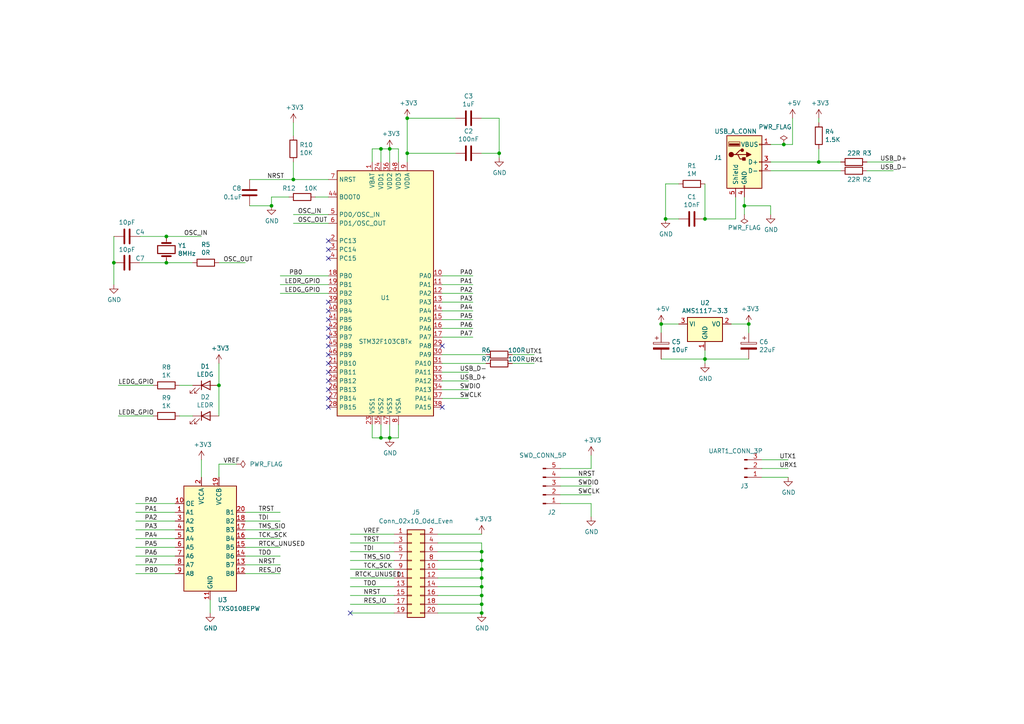
<source format=kicad_sch>
(kicad_sch (version 20230121) (generator eeschema)

  (uuid 9df731a6-2e06-41f7-94bb-21385ffe9471)

  (paper "A4")

  (lib_symbols
    (symbol "Connector_Generic:Conn_02x10_Odd_Even" (pin_names (offset 1.016) hide) (in_bom yes) (on_board yes)
      (property "Reference" "J" (at 1.27 12.7 0)
        (effects (font (size 1.27 1.27)))
      )
      (property "Value" "Conn_02x10_Odd_Even" (at 1.27 -15.24 0)
        (effects (font (size 1.27 1.27)))
      )
      (property "Footprint" "" (at 0 0 0)
        (effects (font (size 1.27 1.27)) hide)
      )
      (property "Datasheet" "~" (at 0 0 0)
        (effects (font (size 1.27 1.27)) hide)
      )
      (property "ki_keywords" "connector" (at 0 0 0)
        (effects (font (size 1.27 1.27)) hide)
      )
      (property "ki_description" "Generic connector, double row, 02x10, odd/even pin numbering scheme (row 1 odd numbers, row 2 even numbers), script generated (kicad-library-utils/schlib/autogen/connector/)" (at 0 0 0)
        (effects (font (size 1.27 1.27)) hide)
      )
      (property "ki_fp_filters" "Connector*:*_2x??_*" (at 0 0 0)
        (effects (font (size 1.27 1.27)) hide)
      )
      (symbol "Conn_02x10_Odd_Even_1_1"
        (rectangle (start -1.27 -12.573) (end 0 -12.827)
          (stroke (width 0.1524) (type default))
          (fill (type none))
        )
        (rectangle (start -1.27 -10.033) (end 0 -10.287)
          (stroke (width 0.1524) (type default))
          (fill (type none))
        )
        (rectangle (start -1.27 -7.493) (end 0 -7.747)
          (stroke (width 0.1524) (type default))
          (fill (type none))
        )
        (rectangle (start -1.27 -4.953) (end 0 -5.207)
          (stroke (width 0.1524) (type default))
          (fill (type none))
        )
        (rectangle (start -1.27 -2.413) (end 0 -2.667)
          (stroke (width 0.1524) (type default))
          (fill (type none))
        )
        (rectangle (start -1.27 0.127) (end 0 -0.127)
          (stroke (width 0.1524) (type default))
          (fill (type none))
        )
        (rectangle (start -1.27 2.667) (end 0 2.413)
          (stroke (width 0.1524) (type default))
          (fill (type none))
        )
        (rectangle (start -1.27 5.207) (end 0 4.953)
          (stroke (width 0.1524) (type default))
          (fill (type none))
        )
        (rectangle (start -1.27 7.747) (end 0 7.493)
          (stroke (width 0.1524) (type default))
          (fill (type none))
        )
        (rectangle (start -1.27 10.287) (end 0 10.033)
          (stroke (width 0.1524) (type default))
          (fill (type none))
        )
        (rectangle (start -1.27 11.43) (end 3.81 -13.97)
          (stroke (width 0.254) (type default))
          (fill (type background))
        )
        (rectangle (start 3.81 -12.573) (end 2.54 -12.827)
          (stroke (width 0.1524) (type default))
          (fill (type none))
        )
        (rectangle (start 3.81 -10.033) (end 2.54 -10.287)
          (stroke (width 0.1524) (type default))
          (fill (type none))
        )
        (rectangle (start 3.81 -7.493) (end 2.54 -7.747)
          (stroke (width 0.1524) (type default))
          (fill (type none))
        )
        (rectangle (start 3.81 -4.953) (end 2.54 -5.207)
          (stroke (width 0.1524) (type default))
          (fill (type none))
        )
        (rectangle (start 3.81 -2.413) (end 2.54 -2.667)
          (stroke (width 0.1524) (type default))
          (fill (type none))
        )
        (rectangle (start 3.81 0.127) (end 2.54 -0.127)
          (stroke (width 0.1524) (type default))
          (fill (type none))
        )
        (rectangle (start 3.81 2.667) (end 2.54 2.413)
          (stroke (width 0.1524) (type default))
          (fill (type none))
        )
        (rectangle (start 3.81 5.207) (end 2.54 4.953)
          (stroke (width 0.1524) (type default))
          (fill (type none))
        )
        (rectangle (start 3.81 7.747) (end 2.54 7.493)
          (stroke (width 0.1524) (type default))
          (fill (type none))
        )
        (rectangle (start 3.81 10.287) (end 2.54 10.033)
          (stroke (width 0.1524) (type default))
          (fill (type none))
        )
        (pin passive line (at -5.08 10.16 0) (length 3.81)
          (name "Pin_1" (effects (font (size 1.27 1.27))))
          (number "1" (effects (font (size 1.27 1.27))))
        )
        (pin passive line (at 7.62 0 180) (length 3.81)
          (name "Pin_10" (effects (font (size 1.27 1.27))))
          (number "10" (effects (font (size 1.27 1.27))))
        )
        (pin passive line (at -5.08 -2.54 0) (length 3.81)
          (name "Pin_11" (effects (font (size 1.27 1.27))))
          (number "11" (effects (font (size 1.27 1.27))))
        )
        (pin passive line (at 7.62 -2.54 180) (length 3.81)
          (name "Pin_12" (effects (font (size 1.27 1.27))))
          (number "12" (effects (font (size 1.27 1.27))))
        )
        (pin passive line (at -5.08 -5.08 0) (length 3.81)
          (name "Pin_13" (effects (font (size 1.27 1.27))))
          (number "13" (effects (font (size 1.27 1.27))))
        )
        (pin passive line (at 7.62 -5.08 180) (length 3.81)
          (name "Pin_14" (effects (font (size 1.27 1.27))))
          (number "14" (effects (font (size 1.27 1.27))))
        )
        (pin passive line (at -5.08 -7.62 0) (length 3.81)
          (name "Pin_15" (effects (font (size 1.27 1.27))))
          (number "15" (effects (font (size 1.27 1.27))))
        )
        (pin passive line (at 7.62 -7.62 180) (length 3.81)
          (name "Pin_16" (effects (font (size 1.27 1.27))))
          (number "16" (effects (font (size 1.27 1.27))))
        )
        (pin passive line (at -5.08 -10.16 0) (length 3.81)
          (name "Pin_17" (effects (font (size 1.27 1.27))))
          (number "17" (effects (font (size 1.27 1.27))))
        )
        (pin passive line (at 7.62 -10.16 180) (length 3.81)
          (name "Pin_18" (effects (font (size 1.27 1.27))))
          (number "18" (effects (font (size 1.27 1.27))))
        )
        (pin passive line (at -5.08 -12.7 0) (length 3.81)
          (name "Pin_19" (effects (font (size 1.27 1.27))))
          (number "19" (effects (font (size 1.27 1.27))))
        )
        (pin passive line (at 7.62 10.16 180) (length 3.81)
          (name "Pin_2" (effects (font (size 1.27 1.27))))
          (number "2" (effects (font (size 1.27 1.27))))
        )
        (pin passive line (at 7.62 -12.7 180) (length 3.81)
          (name "Pin_20" (effects (font (size 1.27 1.27))))
          (number "20" (effects (font (size 1.27 1.27))))
        )
        (pin passive line (at -5.08 7.62 0) (length 3.81)
          (name "Pin_3" (effects (font (size 1.27 1.27))))
          (number "3" (effects (font (size 1.27 1.27))))
        )
        (pin passive line (at 7.62 7.62 180) (length 3.81)
          (name "Pin_4" (effects (font (size 1.27 1.27))))
          (number "4" (effects (font (size 1.27 1.27))))
        )
        (pin passive line (at -5.08 5.08 0) (length 3.81)
          (name "Pin_5" (effects (font (size 1.27 1.27))))
          (number "5" (effects (font (size 1.27 1.27))))
        )
        (pin passive line (at 7.62 5.08 180) (length 3.81)
          (name "Pin_6" (effects (font (size 1.27 1.27))))
          (number "6" (effects (font (size 1.27 1.27))))
        )
        (pin passive line (at -5.08 2.54 0) (length 3.81)
          (name "Pin_7" (effects (font (size 1.27 1.27))))
          (number "7" (effects (font (size 1.27 1.27))))
        )
        (pin passive line (at 7.62 2.54 180) (length 3.81)
          (name "Pin_8" (effects (font (size 1.27 1.27))))
          (number "8" (effects (font (size 1.27 1.27))))
        )
        (pin passive line (at -5.08 0 0) (length 3.81)
          (name "Pin_9" (effects (font (size 1.27 1.27))))
          (number "9" (effects (font (size 1.27 1.27))))
        )
      )
    )
    (symbol "Device:C" (pin_numbers hide) (pin_names (offset 0.254)) (in_bom yes) (on_board yes)
      (property "Reference" "C" (at 0.635 2.54 0)
        (effects (font (size 1.27 1.27)) (justify left))
      )
      (property "Value" "C" (at 0.635 -2.54 0)
        (effects (font (size 1.27 1.27)) (justify left))
      )
      (property "Footprint" "" (at 0.9652 -3.81 0)
        (effects (font (size 1.27 1.27)) hide)
      )
      (property "Datasheet" "~" (at 0 0 0)
        (effects (font (size 1.27 1.27)) hide)
      )
      (property "ki_keywords" "cap capacitor" (at 0 0 0)
        (effects (font (size 1.27 1.27)) hide)
      )
      (property "ki_description" "Unpolarized capacitor" (at 0 0 0)
        (effects (font (size 1.27 1.27)) hide)
      )
      (property "ki_fp_filters" "C_*" (at 0 0 0)
        (effects (font (size 1.27 1.27)) hide)
      )
      (symbol "C_0_1"
        (polyline
          (pts
            (xy -2.032 -0.762)
            (xy 2.032 -0.762)
          )
          (stroke (width 0.508) (type default))
          (fill (type none))
        )
        (polyline
          (pts
            (xy -2.032 0.762)
            (xy 2.032 0.762)
          )
          (stroke (width 0.508) (type default))
          (fill (type none))
        )
      )
      (symbol "C_1_1"
        (pin passive line (at 0 3.81 270) (length 2.794)
          (name "~" (effects (font (size 1.27 1.27))))
          (number "1" (effects (font (size 1.27 1.27))))
        )
        (pin passive line (at 0 -3.81 90) (length 2.794)
          (name "~" (effects (font (size 1.27 1.27))))
          (number "2" (effects (font (size 1.27 1.27))))
        )
      )
    )
    (symbol "Device:Crystal" (pin_numbers hide) (pin_names (offset 1.016) hide) (in_bom yes) (on_board yes)
      (property "Reference" "Y" (at 0 3.81 0)
        (effects (font (size 1.27 1.27)))
      )
      (property "Value" "Crystal" (at 0 -3.81 0)
        (effects (font (size 1.27 1.27)))
      )
      (property "Footprint" "" (at 0 0 0)
        (effects (font (size 1.27 1.27)) hide)
      )
      (property "Datasheet" "~" (at 0 0 0)
        (effects (font (size 1.27 1.27)) hide)
      )
      (property "ki_keywords" "quartz ceramic resonator oscillator" (at 0 0 0)
        (effects (font (size 1.27 1.27)) hide)
      )
      (property "ki_description" "Two pin crystal" (at 0 0 0)
        (effects (font (size 1.27 1.27)) hide)
      )
      (property "ki_fp_filters" "Crystal*" (at 0 0 0)
        (effects (font (size 1.27 1.27)) hide)
      )
      (symbol "Crystal_0_1"
        (rectangle (start -1.143 2.54) (end 1.143 -2.54)
          (stroke (width 0.3048) (type default))
          (fill (type none))
        )
        (polyline
          (pts
            (xy -2.54 0)
            (xy -1.905 0)
          )
          (stroke (width 0) (type default))
          (fill (type none))
        )
        (polyline
          (pts
            (xy -1.905 -1.27)
            (xy -1.905 1.27)
          )
          (stroke (width 0.508) (type default))
          (fill (type none))
        )
        (polyline
          (pts
            (xy 1.905 -1.27)
            (xy 1.905 1.27)
          )
          (stroke (width 0.508) (type default))
          (fill (type none))
        )
        (polyline
          (pts
            (xy 2.54 0)
            (xy 1.905 0)
          )
          (stroke (width 0) (type default))
          (fill (type none))
        )
      )
      (symbol "Crystal_1_1"
        (pin passive line (at -3.81 0 0) (length 1.27)
          (name "1" (effects (font (size 1.27 1.27))))
          (number "1" (effects (font (size 1.27 1.27))))
        )
        (pin passive line (at 3.81 0 180) (length 1.27)
          (name "2" (effects (font (size 1.27 1.27))))
          (number "2" (effects (font (size 1.27 1.27))))
        )
      )
    )
    (symbol "Device:LED" (pin_numbers hide) (pin_names (offset 1.016) hide) (in_bom yes) (on_board yes)
      (property "Reference" "D" (at 0 2.54 0)
        (effects (font (size 1.27 1.27)))
      )
      (property "Value" "LED" (at 0 -2.54 0)
        (effects (font (size 1.27 1.27)))
      )
      (property "Footprint" "" (at 0 0 0)
        (effects (font (size 1.27 1.27)) hide)
      )
      (property "Datasheet" "~" (at 0 0 0)
        (effects (font (size 1.27 1.27)) hide)
      )
      (property "ki_keywords" "LED diode" (at 0 0 0)
        (effects (font (size 1.27 1.27)) hide)
      )
      (property "ki_description" "Light emitting diode" (at 0 0 0)
        (effects (font (size 1.27 1.27)) hide)
      )
      (property "ki_fp_filters" "LED* LED_SMD:* LED_THT:*" (at 0 0 0)
        (effects (font (size 1.27 1.27)) hide)
      )
      (symbol "LED_0_1"
        (polyline
          (pts
            (xy -1.27 -1.27)
            (xy -1.27 1.27)
          )
          (stroke (width 0.254) (type default))
          (fill (type none))
        )
        (polyline
          (pts
            (xy -1.27 0)
            (xy 1.27 0)
          )
          (stroke (width 0) (type default))
          (fill (type none))
        )
        (polyline
          (pts
            (xy 1.27 -1.27)
            (xy 1.27 1.27)
            (xy -1.27 0)
            (xy 1.27 -1.27)
          )
          (stroke (width 0.254) (type default))
          (fill (type none))
        )
        (polyline
          (pts
            (xy -3.048 -0.762)
            (xy -4.572 -2.286)
            (xy -3.81 -2.286)
            (xy -4.572 -2.286)
            (xy -4.572 -1.524)
          )
          (stroke (width 0) (type default))
          (fill (type none))
        )
        (polyline
          (pts
            (xy -1.778 -0.762)
            (xy -3.302 -2.286)
            (xy -2.54 -2.286)
            (xy -3.302 -2.286)
            (xy -3.302 -1.524)
          )
          (stroke (width 0) (type default))
          (fill (type none))
        )
      )
      (symbol "LED_1_1"
        (pin passive line (at -3.81 0 0) (length 2.54)
          (name "K" (effects (font (size 1.27 1.27))))
          (number "1" (effects (font (size 1.27 1.27))))
        )
        (pin passive line (at 3.81 0 180) (length 2.54)
          (name "A" (effects (font (size 1.27 1.27))))
          (number "2" (effects (font (size 1.27 1.27))))
        )
      )
    )
    (symbol "Device:R" (pin_numbers hide) (pin_names (offset 0)) (in_bom yes) (on_board yes)
      (property "Reference" "R" (at 2.032 0 90)
        (effects (font (size 1.27 1.27)))
      )
      (property "Value" "R" (at 0 0 90)
        (effects (font (size 1.27 1.27)))
      )
      (property "Footprint" "" (at -1.778 0 90)
        (effects (font (size 1.27 1.27)) hide)
      )
      (property "Datasheet" "~" (at 0 0 0)
        (effects (font (size 1.27 1.27)) hide)
      )
      (property "ki_keywords" "R res resistor" (at 0 0 0)
        (effects (font (size 1.27 1.27)) hide)
      )
      (property "ki_description" "Resistor" (at 0 0 0)
        (effects (font (size 1.27 1.27)) hide)
      )
      (property "ki_fp_filters" "R_*" (at 0 0 0)
        (effects (font (size 1.27 1.27)) hide)
      )
      (symbol "R_0_1"
        (rectangle (start -1.016 -2.54) (end 1.016 2.54)
          (stroke (width 0.254) (type default))
          (fill (type none))
        )
      )
      (symbol "R_1_1"
        (pin passive line (at 0 3.81 270) (length 1.27)
          (name "~" (effects (font (size 1.27 1.27))))
          (number "1" (effects (font (size 1.27 1.27))))
        )
        (pin passive line (at 0 -3.81 90) (length 1.27)
          (name "~" (effects (font (size 1.27 1.27))))
          (number "2" (effects (font (size 1.27 1.27))))
        )
      )
    )
    (symbol "Logic_LevelTranslator:TXS0108EPW" (in_bom yes) (on_board yes)
      (property "Reference" "U" (at -6.35 16.51 0)
        (effects (font (size 1.27 1.27)))
      )
      (property "Value" "TXS0108EPW" (at 3.81 16.51 0)
        (effects (font (size 1.27 1.27)) (justify left))
      )
      (property "Footprint" "Package_SO:TSSOP-20_4.4x6.5mm_P0.65mm" (at 0 -19.05 0)
        (effects (font (size 1.27 1.27)) hide)
      )
      (property "Datasheet" "www.ti.com/lit/ds/symlink/txs0108e.pdf" (at 0 -2.54 0)
        (effects (font (size 1.27 1.27)) hide)
      )
      (property "ki_keywords" "8-bit" (at 0 0 0)
        (effects (font (size 1.27 1.27)) hide)
      )
      (property "ki_description" "Bidirectional  level-shifting voltage translator, TSSOP-20" (at 0 0 0)
        (effects (font (size 1.27 1.27)) hide)
      )
      (property "ki_fp_filters" "*SSOP*4.4x6.5mm*P0.65mm*" (at 0 0 0)
        (effects (font (size 1.27 1.27)) hide)
      )
      (symbol "TXS0108EPW_0_1"
        (rectangle (start -7.62 15.24) (end 7.62 -15.24)
          (stroke (width 0.254) (type default))
          (fill (type background))
        )
      )
      (symbol "TXS0108EPW_1_1"
        (pin bidirectional line (at -10.16 7.62 0) (length 2.54)
          (name "A1" (effects (font (size 1.27 1.27))))
          (number "1" (effects (font (size 1.27 1.27))))
        )
        (pin input line (at -10.16 10.16 0) (length 2.54)
          (name "OE" (effects (font (size 1.27 1.27))))
          (number "10" (effects (font (size 1.27 1.27))))
        )
        (pin power_in line (at 0 -17.78 90) (length 2.54)
          (name "GND" (effects (font (size 1.27 1.27))))
          (number "11" (effects (font (size 1.27 1.27))))
        )
        (pin bidirectional line (at 10.16 -10.16 180) (length 2.54)
          (name "B8" (effects (font (size 1.27 1.27))))
          (number "12" (effects (font (size 1.27 1.27))))
        )
        (pin bidirectional line (at 10.16 -7.62 180) (length 2.54)
          (name "B7" (effects (font (size 1.27 1.27))))
          (number "13" (effects (font (size 1.27 1.27))))
        )
        (pin bidirectional line (at 10.16 -5.08 180) (length 2.54)
          (name "B6" (effects (font (size 1.27 1.27))))
          (number "14" (effects (font (size 1.27 1.27))))
        )
        (pin bidirectional line (at 10.16 -2.54 180) (length 2.54)
          (name "B5" (effects (font (size 1.27 1.27))))
          (number "15" (effects (font (size 1.27 1.27))))
        )
        (pin bidirectional line (at 10.16 0 180) (length 2.54)
          (name "B4" (effects (font (size 1.27 1.27))))
          (number "16" (effects (font (size 1.27 1.27))))
        )
        (pin bidirectional line (at 10.16 2.54 180) (length 2.54)
          (name "B3" (effects (font (size 1.27 1.27))))
          (number "17" (effects (font (size 1.27 1.27))))
        )
        (pin bidirectional line (at 10.16 5.08 180) (length 2.54)
          (name "B2" (effects (font (size 1.27 1.27))))
          (number "18" (effects (font (size 1.27 1.27))))
        )
        (pin power_in line (at 2.54 17.78 270) (length 2.54)
          (name "VCCB" (effects (font (size 1.27 1.27))))
          (number "19" (effects (font (size 1.27 1.27))))
        )
        (pin power_in line (at -2.54 17.78 270) (length 2.54)
          (name "VCCA" (effects (font (size 1.27 1.27))))
          (number "2" (effects (font (size 1.27 1.27))))
        )
        (pin bidirectional line (at 10.16 7.62 180) (length 2.54)
          (name "B1" (effects (font (size 1.27 1.27))))
          (number "20" (effects (font (size 1.27 1.27))))
        )
        (pin bidirectional line (at -10.16 5.08 0) (length 2.54)
          (name "A2" (effects (font (size 1.27 1.27))))
          (number "3" (effects (font (size 1.27 1.27))))
        )
        (pin bidirectional line (at -10.16 2.54 0) (length 2.54)
          (name "A3" (effects (font (size 1.27 1.27))))
          (number "4" (effects (font (size 1.27 1.27))))
        )
        (pin bidirectional line (at -10.16 0 0) (length 2.54)
          (name "A4" (effects (font (size 1.27 1.27))))
          (number "5" (effects (font (size 1.27 1.27))))
        )
        (pin bidirectional line (at -10.16 -2.54 0) (length 2.54)
          (name "A5" (effects (font (size 1.27 1.27))))
          (number "6" (effects (font (size 1.27 1.27))))
        )
        (pin bidirectional line (at -10.16 -5.08 0) (length 2.54)
          (name "A6" (effects (font (size 1.27 1.27))))
          (number "7" (effects (font (size 1.27 1.27))))
        )
        (pin bidirectional line (at -10.16 -7.62 0) (length 2.54)
          (name "A7" (effects (font (size 1.27 1.27))))
          (number "8" (effects (font (size 1.27 1.27))))
        )
        (pin bidirectional line (at -10.16 -10.16 0) (length 2.54)
          (name "A8" (effects (font (size 1.27 1.27))))
          (number "9" (effects (font (size 1.27 1.27))))
        )
      )
    )
    (symbol "Regulator_Linear:AMS1117-3.3" (in_bom yes) (on_board yes)
      (property "Reference" "U" (at -3.81 3.175 0)
        (effects (font (size 1.27 1.27)))
      )
      (property "Value" "AMS1117-3.3" (at 0 3.175 0)
        (effects (font (size 1.27 1.27)) (justify left))
      )
      (property "Footprint" "Package_TO_SOT_SMD:SOT-223-3_TabPin2" (at 0 5.08 0)
        (effects (font (size 1.27 1.27)) hide)
      )
      (property "Datasheet" "http://www.advanced-monolithic.com/pdf/ds1117.pdf" (at 2.54 -6.35 0)
        (effects (font (size 1.27 1.27)) hide)
      )
      (property "ki_keywords" "linear regulator ldo fixed positive" (at 0 0 0)
        (effects (font (size 1.27 1.27)) hide)
      )
      (property "ki_description" "1A Low Dropout regulator, positive, 3.3V fixed output, SOT-223" (at 0 0 0)
        (effects (font (size 1.27 1.27)) hide)
      )
      (property "ki_fp_filters" "SOT?223*TabPin2*" (at 0 0 0)
        (effects (font (size 1.27 1.27)) hide)
      )
      (symbol "AMS1117-3.3_0_1"
        (rectangle (start -5.08 -5.08) (end 5.08 1.905)
          (stroke (width 0.254) (type default))
          (fill (type background))
        )
      )
      (symbol "AMS1117-3.3_1_1"
        (pin power_in line (at 0 -7.62 90) (length 2.54)
          (name "GND" (effects (font (size 1.27 1.27))))
          (number "1" (effects (font (size 1.27 1.27))))
        )
        (pin power_out line (at 7.62 0 180) (length 2.54)
          (name "VO" (effects (font (size 1.27 1.27))))
          (number "2" (effects (font (size 1.27 1.27))))
        )
        (pin power_in line (at -7.62 0 0) (length 2.54)
          (name "VI" (effects (font (size 1.27 1.27))))
          (number "3" (effects (font (size 1.27 1.27))))
        )
      )
    )
    (symbol "dap_link-rescue:+3.3V-power" (power) (pin_names (offset 0)) (in_bom yes) (on_board yes)
      (property "Reference" "#PWR" (at 0 -3.81 0)
        (effects (font (size 1.27 1.27)) hide)
      )
      (property "Value" "+3.3V-power" (at 0 3.556 0)
        (effects (font (size 1.27 1.27)))
      )
      (property "Footprint" "" (at 0 0 0)
        (effects (font (size 1.27 1.27)) hide)
      )
      (property "Datasheet" "" (at 0 0 0)
        (effects (font (size 1.27 1.27)) hide)
      )
      (symbol "+3.3V-power_0_1"
        (polyline
          (pts
            (xy -0.762 1.27)
            (xy 0 2.54)
          )
          (stroke (width 0) (type solid))
          (fill (type none))
        )
        (polyline
          (pts
            (xy 0 0)
            (xy 0 2.54)
          )
          (stroke (width 0) (type solid))
          (fill (type none))
        )
        (polyline
          (pts
            (xy 0 2.54)
            (xy 0.762 1.27)
          )
          (stroke (width 0) (type solid))
          (fill (type none))
        )
      )
      (symbol "+3.3V-power_1_1"
        (pin power_in line (at 0 0 90) (length 0) hide
          (name "+3V3" (effects (font (size 1.27 1.27))))
          (number "1" (effects (font (size 1.27 1.27))))
        )
      )
    )
    (symbol "dap_link-rescue:CP-Device" (pin_numbers hide) (pin_names (offset 0.254)) (in_bom yes) (on_board yes)
      (property "Reference" "C" (at 0.635 2.54 0)
        (effects (font (size 1.27 1.27)) (justify left))
      )
      (property "Value" "Device_CP" (at 0.635 -2.54 0)
        (effects (font (size 1.27 1.27)) (justify left))
      )
      (property "Footprint" "" (at 0.9652 -3.81 0)
        (effects (font (size 1.27 1.27)) hide)
      )
      (property "Datasheet" "" (at 0 0 0)
        (effects (font (size 1.27 1.27)) hide)
      )
      (property "ki_fp_filters" "CP_*" (at 0 0 0)
        (effects (font (size 1.27 1.27)) hide)
      )
      (symbol "CP-Device_0_1"
        (rectangle (start -2.286 0.508) (end 2.286 1.016)
          (stroke (width 0) (type solid))
          (fill (type none))
        )
        (polyline
          (pts
            (xy -1.778 2.286)
            (xy -0.762 2.286)
          )
          (stroke (width 0) (type solid))
          (fill (type none))
        )
        (polyline
          (pts
            (xy -1.27 2.794)
            (xy -1.27 1.778)
          )
          (stroke (width 0) (type solid))
          (fill (type none))
        )
        (rectangle (start 2.286 -0.508) (end -2.286 -1.016)
          (stroke (width 0) (type solid))
          (fill (type outline))
        )
      )
      (symbol "CP-Device_1_1"
        (pin passive line (at 0 3.81 270) (length 2.794)
          (name "~" (effects (font (size 1.27 1.27))))
          (number "1" (effects (font (size 1.27 1.27))))
        )
        (pin passive line (at 0 -3.81 90) (length 2.794)
          (name "~" (effects (font (size 1.27 1.27))))
          (number "2" (effects (font (size 1.27 1.27))))
        )
      )
    )
    (symbol "dap_link-rescue:Conn_01x03_Male-Connector" (pin_names (offset 1.016) hide) (in_bom yes) (on_board yes)
      (property "Reference" "J" (at 0 5.08 0)
        (effects (font (size 1.27 1.27)))
      )
      (property "Value" "Connector_Conn_01x03_Male" (at 0 -5.08 0)
        (effects (font (size 1.27 1.27)))
      )
      (property "Footprint" "" (at 0 0 0)
        (effects (font (size 1.27 1.27)) hide)
      )
      (property "Datasheet" "" (at 0 0 0)
        (effects (font (size 1.27 1.27)) hide)
      )
      (property "ki_fp_filters" "Connector*:*_1x??_*" (at 0 0 0)
        (effects (font (size 1.27 1.27)) hide)
      )
      (symbol "Conn_01x03_Male-Connector_1_1"
        (polyline
          (pts
            (xy 1.27 -2.54)
            (xy 0.8636 -2.54)
          )
          (stroke (width 0.1524) (type solid))
          (fill (type none))
        )
        (polyline
          (pts
            (xy 1.27 0)
            (xy 0.8636 0)
          )
          (stroke (width 0.1524) (type solid))
          (fill (type none))
        )
        (polyline
          (pts
            (xy 1.27 2.54)
            (xy 0.8636 2.54)
          )
          (stroke (width 0.1524) (type solid))
          (fill (type none))
        )
        (rectangle (start 0.8636 -2.413) (end 0 -2.667)
          (stroke (width 0.1524) (type solid))
          (fill (type outline))
        )
        (rectangle (start 0.8636 0.127) (end 0 -0.127)
          (stroke (width 0.1524) (type solid))
          (fill (type outline))
        )
        (rectangle (start 0.8636 2.667) (end 0 2.413)
          (stroke (width 0.1524) (type solid))
          (fill (type outline))
        )
        (pin passive line (at 5.08 2.54 180) (length 3.81)
          (name "Pin_1" (effects (font (size 1.27 1.27))))
          (number "1" (effects (font (size 1.27 1.27))))
        )
        (pin passive line (at 5.08 0 180) (length 3.81)
          (name "Pin_2" (effects (font (size 1.27 1.27))))
          (number "2" (effects (font (size 1.27 1.27))))
        )
        (pin passive line (at 5.08 -2.54 180) (length 3.81)
          (name "Pin_3" (effects (font (size 1.27 1.27))))
          (number "3" (effects (font (size 1.27 1.27))))
        )
      )
    )
    (symbol "dap_link-rescue:Conn_01x05_Male-Connector" (pin_names (offset 1.016) hide) (in_bom yes) (on_board yes)
      (property "Reference" "J" (at 0 7.62 0)
        (effects (font (size 1.27 1.27)))
      )
      (property "Value" "Connector_Conn_01x05_Male" (at 0 -7.62 0)
        (effects (font (size 1.27 1.27)))
      )
      (property "Footprint" "" (at 0 0 0)
        (effects (font (size 1.27 1.27)) hide)
      )
      (property "Datasheet" "" (at 0 0 0)
        (effects (font (size 1.27 1.27)) hide)
      )
      (property "ki_fp_filters" "Connector*:*_1x??_*" (at 0 0 0)
        (effects (font (size 1.27 1.27)) hide)
      )
      (symbol "Conn_01x05_Male-Connector_1_1"
        (polyline
          (pts
            (xy 1.27 -5.08)
            (xy 0.8636 -5.08)
          )
          (stroke (width 0.1524) (type solid))
          (fill (type none))
        )
        (polyline
          (pts
            (xy 1.27 -2.54)
            (xy 0.8636 -2.54)
          )
          (stroke (width 0.1524) (type solid))
          (fill (type none))
        )
        (polyline
          (pts
            (xy 1.27 0)
            (xy 0.8636 0)
          )
          (stroke (width 0.1524) (type solid))
          (fill (type none))
        )
        (polyline
          (pts
            (xy 1.27 2.54)
            (xy 0.8636 2.54)
          )
          (stroke (width 0.1524) (type solid))
          (fill (type none))
        )
        (polyline
          (pts
            (xy 1.27 5.08)
            (xy 0.8636 5.08)
          )
          (stroke (width 0.1524) (type solid))
          (fill (type none))
        )
        (rectangle (start 0.8636 -4.953) (end 0 -5.207)
          (stroke (width 0.1524) (type solid))
          (fill (type outline))
        )
        (rectangle (start 0.8636 -2.413) (end 0 -2.667)
          (stroke (width 0.1524) (type solid))
          (fill (type outline))
        )
        (rectangle (start 0.8636 0.127) (end 0 -0.127)
          (stroke (width 0.1524) (type solid))
          (fill (type outline))
        )
        (rectangle (start 0.8636 2.667) (end 0 2.413)
          (stroke (width 0.1524) (type solid))
          (fill (type outline))
        )
        (rectangle (start 0.8636 5.207) (end 0 4.953)
          (stroke (width 0.1524) (type solid))
          (fill (type outline))
        )
        (pin passive line (at 5.08 5.08 180) (length 3.81)
          (name "Pin_1" (effects (font (size 1.27 1.27))))
          (number "1" (effects (font (size 1.27 1.27))))
        )
        (pin passive line (at 5.08 2.54 180) (length 3.81)
          (name "Pin_2" (effects (font (size 1.27 1.27))))
          (number "2" (effects (font (size 1.27 1.27))))
        )
        (pin passive line (at 5.08 0 180) (length 3.81)
          (name "Pin_3" (effects (font (size 1.27 1.27))))
          (number "3" (effects (font (size 1.27 1.27))))
        )
        (pin passive line (at 5.08 -2.54 180) (length 3.81)
          (name "Pin_4" (effects (font (size 1.27 1.27))))
          (number "4" (effects (font (size 1.27 1.27))))
        )
        (pin passive line (at 5.08 -5.08 180) (length 3.81)
          (name "Pin_5" (effects (font (size 1.27 1.27))))
          (number "5" (effects (font (size 1.27 1.27))))
        )
      )
    )
    (symbol "dap_link-rescue:STM32F103CBTx-MCU_ST_STM32F1" (in_bom yes) (on_board yes)
      (property "Reference" "U" (at -15.24 36.83 0)
        (effects (font (size 1.27 1.27)) (justify left))
      )
      (property "Value" "STM32F103CBTx-MCU_ST_STM32F1" (at 7.62 36.83 0)
        (effects (font (size 1.27 1.27)) (justify left))
      )
      (property "Footprint" "Package_QFP:LQFP-48_7x7mm_P0.5mm" (at -15.24 -35.56 0)
        (effects (font (size 1.27 1.27)) (justify right) hide)
      )
      (property "Datasheet" "" (at 0 0 0)
        (effects (font (size 1.27 1.27)) hide)
      )
      (property "ki_fp_filters" "LQFP*7x7mm*P0.5mm*" (at 0 0 0)
        (effects (font (size 1.27 1.27)) hide)
      )
      (symbol "STM32F103CBTx-MCU_ST_STM32F1_0_1"
        (rectangle (start -15.24 -35.56) (end 12.7 35.56)
          (stroke (width 0.254) (type solid))
          (fill (type background))
        )
      )
      (symbol "STM32F103CBTx-MCU_ST_STM32F1_1_1"
        (pin power_in line (at -5.08 38.1 270) (length 2.54)
          (name "VBAT" (effects (font (size 1.27 1.27))))
          (number "1" (effects (font (size 1.27 1.27))))
        )
        (pin bidirectional line (at 15.24 5.08 180) (length 2.54)
          (name "PA0" (effects (font (size 1.27 1.27))))
          (number "10" (effects (font (size 1.27 1.27))))
        )
        (pin bidirectional line (at 15.24 2.54 180) (length 2.54)
          (name "PA1" (effects (font (size 1.27 1.27))))
          (number "11" (effects (font (size 1.27 1.27))))
        )
        (pin bidirectional line (at 15.24 0 180) (length 2.54)
          (name "PA2" (effects (font (size 1.27 1.27))))
          (number "12" (effects (font (size 1.27 1.27))))
        )
        (pin bidirectional line (at 15.24 -2.54 180) (length 2.54)
          (name "PA3" (effects (font (size 1.27 1.27))))
          (number "13" (effects (font (size 1.27 1.27))))
        )
        (pin bidirectional line (at 15.24 -5.08 180) (length 2.54)
          (name "PA4" (effects (font (size 1.27 1.27))))
          (number "14" (effects (font (size 1.27 1.27))))
        )
        (pin bidirectional line (at 15.24 -7.62 180) (length 2.54)
          (name "PA5" (effects (font (size 1.27 1.27))))
          (number "15" (effects (font (size 1.27 1.27))))
        )
        (pin bidirectional line (at 15.24 -10.16 180) (length 2.54)
          (name "PA6" (effects (font (size 1.27 1.27))))
          (number "16" (effects (font (size 1.27 1.27))))
        )
        (pin bidirectional line (at 15.24 -12.7 180) (length 2.54)
          (name "PA7" (effects (font (size 1.27 1.27))))
          (number "17" (effects (font (size 1.27 1.27))))
        )
        (pin bidirectional line (at -17.78 5.08 0) (length 2.54)
          (name "PB0" (effects (font (size 1.27 1.27))))
          (number "18" (effects (font (size 1.27 1.27))))
        )
        (pin bidirectional line (at -17.78 2.54 0) (length 2.54)
          (name "PB1" (effects (font (size 1.27 1.27))))
          (number "19" (effects (font (size 1.27 1.27))))
        )
        (pin bidirectional line (at -17.78 15.24 0) (length 2.54)
          (name "PC13" (effects (font (size 1.27 1.27))))
          (number "2" (effects (font (size 1.27 1.27))))
        )
        (pin bidirectional line (at -17.78 0 0) (length 2.54)
          (name "PB2" (effects (font (size 1.27 1.27))))
          (number "20" (effects (font (size 1.27 1.27))))
        )
        (pin bidirectional line (at -17.78 -20.32 0) (length 2.54)
          (name "PB10" (effects (font (size 1.27 1.27))))
          (number "21" (effects (font (size 1.27 1.27))))
        )
        (pin bidirectional line (at -17.78 -22.86 0) (length 2.54)
          (name "PB11" (effects (font (size 1.27 1.27))))
          (number "22" (effects (font (size 1.27 1.27))))
        )
        (pin power_in line (at -5.08 -38.1 90) (length 2.54)
          (name "VSS1" (effects (font (size 1.27 1.27))))
          (number "23" (effects (font (size 1.27 1.27))))
        )
        (pin power_in line (at -2.54 38.1 270) (length 2.54)
          (name "VDD1" (effects (font (size 1.27 1.27))))
          (number "24" (effects (font (size 1.27 1.27))))
        )
        (pin bidirectional line (at -17.78 -25.4 0) (length 2.54)
          (name "PB12" (effects (font (size 1.27 1.27))))
          (number "25" (effects (font (size 1.27 1.27))))
        )
        (pin bidirectional line (at -17.78 -27.94 0) (length 2.54)
          (name "PB13" (effects (font (size 1.27 1.27))))
          (number "26" (effects (font (size 1.27 1.27))))
        )
        (pin bidirectional line (at -17.78 -30.48 0) (length 2.54)
          (name "PB14" (effects (font (size 1.27 1.27))))
          (number "27" (effects (font (size 1.27 1.27))))
        )
        (pin bidirectional line (at -17.78 -33.02 0) (length 2.54)
          (name "PB15" (effects (font (size 1.27 1.27))))
          (number "28" (effects (font (size 1.27 1.27))))
        )
        (pin bidirectional line (at 15.24 -15.24 180) (length 2.54)
          (name "PA8" (effects (font (size 1.27 1.27))))
          (number "29" (effects (font (size 1.27 1.27))))
        )
        (pin bidirectional line (at -17.78 12.7 0) (length 2.54)
          (name "PC14" (effects (font (size 1.27 1.27))))
          (number "3" (effects (font (size 1.27 1.27))))
        )
        (pin bidirectional line (at 15.24 -17.78 180) (length 2.54)
          (name "PA9" (effects (font (size 1.27 1.27))))
          (number "30" (effects (font (size 1.27 1.27))))
        )
        (pin bidirectional line (at 15.24 -20.32 180) (length 2.54)
          (name "PA10" (effects (font (size 1.27 1.27))))
          (number "31" (effects (font (size 1.27 1.27))))
        )
        (pin bidirectional line (at 15.24 -22.86 180) (length 2.54)
          (name "PA11" (effects (font (size 1.27 1.27))))
          (number "32" (effects (font (size 1.27 1.27))))
        )
        (pin bidirectional line (at 15.24 -25.4 180) (length 2.54)
          (name "PA12" (effects (font (size 1.27 1.27))))
          (number "33" (effects (font (size 1.27 1.27))))
        )
        (pin bidirectional line (at 15.24 -27.94 180) (length 2.54)
          (name "PA13" (effects (font (size 1.27 1.27))))
          (number "34" (effects (font (size 1.27 1.27))))
        )
        (pin power_in line (at -2.54 -38.1 90) (length 2.54)
          (name "VSS2" (effects (font (size 1.27 1.27))))
          (number "35" (effects (font (size 1.27 1.27))))
        )
        (pin power_in line (at 0 38.1 270) (length 2.54)
          (name "VDD2" (effects (font (size 1.27 1.27))))
          (number "36" (effects (font (size 1.27 1.27))))
        )
        (pin bidirectional line (at 15.24 -30.48 180) (length 2.54)
          (name "PA14" (effects (font (size 1.27 1.27))))
          (number "37" (effects (font (size 1.27 1.27))))
        )
        (pin bidirectional line (at 15.24 -33.02 180) (length 2.54)
          (name "PA15" (effects (font (size 1.27 1.27))))
          (number "38" (effects (font (size 1.27 1.27))))
        )
        (pin bidirectional line (at -17.78 -2.54 0) (length 2.54)
          (name "PB3" (effects (font (size 1.27 1.27))))
          (number "39" (effects (font (size 1.27 1.27))))
        )
        (pin bidirectional line (at -17.78 10.16 0) (length 2.54)
          (name "PC15" (effects (font (size 1.27 1.27))))
          (number "4" (effects (font (size 1.27 1.27))))
        )
        (pin bidirectional line (at -17.78 -5.08 0) (length 2.54)
          (name "PB4" (effects (font (size 1.27 1.27))))
          (number "40" (effects (font (size 1.27 1.27))))
        )
        (pin bidirectional line (at -17.78 -7.62 0) (length 2.54)
          (name "PB5" (effects (font (size 1.27 1.27))))
          (number "41" (effects (font (size 1.27 1.27))))
        )
        (pin bidirectional line (at -17.78 -10.16 0) (length 2.54)
          (name "PB6" (effects (font (size 1.27 1.27))))
          (number "42" (effects (font (size 1.27 1.27))))
        )
        (pin bidirectional line (at -17.78 -12.7 0) (length 2.54)
          (name "PB7" (effects (font (size 1.27 1.27))))
          (number "43" (effects (font (size 1.27 1.27))))
        )
        (pin input line (at -17.78 27.94 0) (length 2.54)
          (name "BOOT0" (effects (font (size 1.27 1.27))))
          (number "44" (effects (font (size 1.27 1.27))))
        )
        (pin bidirectional line (at -17.78 -15.24 0) (length 2.54)
          (name "PB8" (effects (font (size 1.27 1.27))))
          (number "45" (effects (font (size 1.27 1.27))))
        )
        (pin bidirectional line (at -17.78 -17.78 0) (length 2.54)
          (name "PB9" (effects (font (size 1.27 1.27))))
          (number "46" (effects (font (size 1.27 1.27))))
        )
        (pin power_in line (at 0 -38.1 90) (length 2.54)
          (name "VSS3" (effects (font (size 1.27 1.27))))
          (number "47" (effects (font (size 1.27 1.27))))
        )
        (pin power_in line (at 2.54 38.1 270) (length 2.54)
          (name "VDD3" (effects (font (size 1.27 1.27))))
          (number "48" (effects (font (size 1.27 1.27))))
        )
        (pin input line (at -17.78 22.86 0) (length 2.54)
          (name "PD0/OSC_IN" (effects (font (size 1.27 1.27))))
          (number "5" (effects (font (size 1.27 1.27))))
        )
        (pin input line (at -17.78 20.32 0) (length 2.54)
          (name "PD1/OSC_OUT" (effects (font (size 1.27 1.27))))
          (number "6" (effects (font (size 1.27 1.27))))
        )
        (pin input line (at -17.78 33.02 0) (length 2.54)
          (name "NRST" (effects (font (size 1.27 1.27))))
          (number "7" (effects (font (size 1.27 1.27))))
        )
        (pin power_in line (at 2.54 -38.1 90) (length 2.54)
          (name "VSSA" (effects (font (size 1.27 1.27))))
          (number "8" (effects (font (size 1.27 1.27))))
        )
        (pin power_in line (at 5.08 38.1 270) (length 2.54)
          (name "VDDA" (effects (font (size 1.27 1.27))))
          (number "9" (effects (font (size 1.27 1.27))))
        )
      )
    )
    (symbol "dap_link-rescue:USB_A-Connector" (pin_names (offset 1.016)) (in_bom yes) (on_board yes)
      (property "Reference" "J" (at -5.08 11.43 0)
        (effects (font (size 1.27 1.27)) (justify left))
      )
      (property "Value" "Connector_USB_A" (at -5.08 8.89 0)
        (effects (font (size 1.27 1.27)) (justify left))
      )
      (property "Footprint" "" (at 3.81 -1.27 0)
        (effects (font (size 1.27 1.27)) hide)
      )
      (property "Datasheet" "" (at 3.81 -1.27 0)
        (effects (font (size 1.27 1.27)) hide)
      )
      (property "ki_fp_filters" "USB*" (at 0 0 0)
        (effects (font (size 1.27 1.27)) hide)
      )
      (symbol "USB_A-Connector_0_1"
        (rectangle (start -5.08 -7.62) (end 5.08 7.62)
          (stroke (width 0.254) (type solid))
          (fill (type background))
        )
        (circle (center -3.81 2.159) (radius 0.635)
          (stroke (width 0.254) (type solid))
          (fill (type outline))
        )
        (rectangle (start -1.524 4.826) (end -4.318 5.334)
          (stroke (width 0) (type solid))
          (fill (type outline))
        )
        (rectangle (start -1.27 4.572) (end -4.572 5.842)
          (stroke (width 0) (type solid))
          (fill (type none))
        )
        (circle (center -0.635 3.429) (radius 0.381)
          (stroke (width 0.254) (type solid))
          (fill (type outline))
        )
        (rectangle (start -0.127 -7.62) (end 0.127 -6.858)
          (stroke (width 0) (type solid))
          (fill (type none))
        )
        (polyline
          (pts
            (xy -3.175 2.159)
            (xy -2.54 2.159)
            (xy -1.27 3.429)
            (xy -0.635 3.429)
          )
          (stroke (width 0.254) (type solid))
          (fill (type none))
        )
        (polyline
          (pts
            (xy -2.54 2.159)
            (xy -1.905 2.159)
            (xy -1.27 0.889)
            (xy 0 0.889)
          )
          (stroke (width 0.254) (type solid))
          (fill (type none))
        )
        (polyline
          (pts
            (xy 0.635 2.794)
            (xy 0.635 1.524)
            (xy 1.905 2.159)
            (xy 0.635 2.794)
          )
          (stroke (width 0.254) (type solid))
          (fill (type outline))
        )
        (rectangle (start 0.254 1.27) (end -0.508 0.508)
          (stroke (width 0.254) (type solid))
          (fill (type outline))
        )
        (rectangle (start 5.08 -2.667) (end 4.318 -2.413)
          (stroke (width 0) (type solid))
          (fill (type none))
        )
        (rectangle (start 5.08 -0.127) (end 4.318 0.127)
          (stroke (width 0) (type solid))
          (fill (type none))
        )
        (rectangle (start 5.08 4.953) (end 4.318 5.207)
          (stroke (width 0) (type solid))
          (fill (type none))
        )
      )
      (symbol "USB_A-Connector_1_1"
        (polyline
          (pts
            (xy -1.905 2.159)
            (xy 0.635 2.159)
          )
          (stroke (width 0.254) (type solid))
          (fill (type none))
        )
        (pin power_in line (at 7.62 5.08 180) (length 2.54)
          (name "VBUS" (effects (font (size 1.27 1.27))))
          (number "1" (effects (font (size 1.27 1.27))))
        )
        (pin passive line (at 7.62 -2.54 180) (length 2.54)
          (name "D-" (effects (font (size 1.27 1.27))))
          (number "2" (effects (font (size 1.27 1.27))))
        )
        (pin passive line (at 7.62 0 180) (length 2.54)
          (name "D+" (effects (font (size 1.27 1.27))))
          (number "3" (effects (font (size 1.27 1.27))))
        )
        (pin power_in line (at 0 -10.16 90) (length 2.54)
          (name "GND" (effects (font (size 1.27 1.27))))
          (number "4" (effects (font (size 1.27 1.27))))
        )
        (pin passive line (at -2.54 -10.16 90) (length 2.54)
          (name "Shield" (effects (font (size 1.27 1.27))))
          (number "5" (effects (font (size 1.27 1.27))))
        )
      )
    )
    (symbol "power:+5V" (power) (pin_names (offset 0)) (in_bom yes) (on_board yes)
      (property "Reference" "#PWR" (at 0 -3.81 0)
        (effects (font (size 1.27 1.27)) hide)
      )
      (property "Value" "+5V" (at 0 3.556 0)
        (effects (font (size 1.27 1.27)))
      )
      (property "Footprint" "" (at 0 0 0)
        (effects (font (size 1.27 1.27)) hide)
      )
      (property "Datasheet" "" (at 0 0 0)
        (effects (font (size 1.27 1.27)) hide)
      )
      (property "ki_keywords" "global power" (at 0 0 0)
        (effects (font (size 1.27 1.27)) hide)
      )
      (property "ki_description" "Power symbol creates a global label with name \"+5V\"" (at 0 0 0)
        (effects (font (size 1.27 1.27)) hide)
      )
      (symbol "+5V_0_1"
        (polyline
          (pts
            (xy -0.762 1.27)
            (xy 0 2.54)
          )
          (stroke (width 0) (type default))
          (fill (type none))
        )
        (polyline
          (pts
            (xy 0 0)
            (xy 0 2.54)
          )
          (stroke (width 0) (type default))
          (fill (type none))
        )
        (polyline
          (pts
            (xy 0 2.54)
            (xy 0.762 1.27)
          )
          (stroke (width 0) (type default))
          (fill (type none))
        )
      )
      (symbol "+5V_1_1"
        (pin power_in line (at 0 0 90) (length 0) hide
          (name "+5V" (effects (font (size 1.27 1.27))))
          (number "1" (effects (font (size 1.27 1.27))))
        )
      )
    )
    (symbol "power:GND" (power) (pin_names (offset 0)) (in_bom yes) (on_board yes)
      (property "Reference" "#PWR" (at 0 -6.35 0)
        (effects (font (size 1.27 1.27)) hide)
      )
      (property "Value" "GND" (at 0 -3.81 0)
        (effects (font (size 1.27 1.27)))
      )
      (property "Footprint" "" (at 0 0 0)
        (effects (font (size 1.27 1.27)) hide)
      )
      (property "Datasheet" "" (at 0 0 0)
        (effects (font (size 1.27 1.27)) hide)
      )
      (property "ki_keywords" "global power" (at 0 0 0)
        (effects (font (size 1.27 1.27)) hide)
      )
      (property "ki_description" "Power symbol creates a global label with name \"GND\" , ground" (at 0 0 0)
        (effects (font (size 1.27 1.27)) hide)
      )
      (symbol "GND_0_1"
        (polyline
          (pts
            (xy 0 0)
            (xy 0 -1.27)
            (xy 1.27 -1.27)
            (xy 0 -2.54)
            (xy -1.27 -1.27)
            (xy 0 -1.27)
          )
          (stroke (width 0) (type default))
          (fill (type none))
        )
      )
      (symbol "GND_1_1"
        (pin power_in line (at 0 0 270) (length 0) hide
          (name "GND" (effects (font (size 1.27 1.27))))
          (number "1" (effects (font (size 1.27 1.27))))
        )
      )
    )
    (symbol "power:PWR_FLAG" (power) (pin_numbers hide) (pin_names (offset 0) hide) (in_bom yes) (on_board yes)
      (property "Reference" "#FLG" (at 0 1.905 0)
        (effects (font (size 1.27 1.27)) hide)
      )
      (property "Value" "PWR_FLAG" (at 0 3.81 0)
        (effects (font (size 1.27 1.27)))
      )
      (property "Footprint" "" (at 0 0 0)
        (effects (font (size 1.27 1.27)) hide)
      )
      (property "Datasheet" "~" (at 0 0 0)
        (effects (font (size 1.27 1.27)) hide)
      )
      (property "ki_keywords" "flag power" (at 0 0 0)
        (effects (font (size 1.27 1.27)) hide)
      )
      (property "ki_description" "Special symbol for telling ERC where power comes from" (at 0 0 0)
        (effects (font (size 1.27 1.27)) hide)
      )
      (symbol "PWR_FLAG_0_0"
        (pin power_out line (at 0 0 90) (length 0)
          (name "pwr" (effects (font (size 1.27 1.27))))
          (number "1" (effects (font (size 1.27 1.27))))
        )
      )
      (symbol "PWR_FLAG_0_1"
        (polyline
          (pts
            (xy 0 0)
            (xy 0 1.27)
            (xy -1.016 1.905)
            (xy 0 2.54)
            (xy 1.016 1.905)
            (xy 0 1.27)
          )
          (stroke (width 0) (type default))
          (fill (type none))
        )
      )
    )
  )

  (junction (at 139.7 162.56) (diameter 0) (color 0 0 0 0)
    (uuid 05fa6171-2d93-403e-84ff-28fc0180e985)
  )
  (junction (at 48.26 68.58) (diameter 0) (color 0 0 0 0)
    (uuid 080f4df9-a925-43a8-aa89-470fda6f778e)
  )
  (junction (at 118.11 34.29) (diameter 0) (color 0 0 0 0)
    (uuid 0937a9a9-e1a0-4419-8280-1a0111c5ce3c)
  )
  (junction (at 118.11 44.45) (diameter 0) (color 0 0 0 0)
    (uuid 18741280-c59c-4a04-a763-905b6b60e516)
  )
  (junction (at 139.7 172.72) (diameter 0) (color 0 0 0 0)
    (uuid 1c526e7e-3988-4fe1-be37-7579f9638880)
  )
  (junction (at 139.7 177.8) (diameter 0) (color 0 0 0 0)
    (uuid 330f02f6-0500-4dad-8ebb-ecee548784dc)
  )
  (junction (at 193.04 63.5) (diameter 0) (color 0 0 0 0)
    (uuid 34d70e48-e9e4-4480-bdf8-d759bce7f283)
  )
  (junction (at 139.7 167.64) (diameter 0) (color 0 0 0 0)
    (uuid 43e4c596-ee0d-460c-a8d6-40a68017d280)
  )
  (junction (at 110.49 127) (diameter 0) (color 0 0 0 0)
    (uuid 44a93cd1-cba1-401d-bbbd-571c851604b6)
  )
  (junction (at 204.47 104.14) (diameter 0) (color 0 0 0 0)
    (uuid 48c8c60f-cda5-4620-9606-0b7035898c59)
  )
  (junction (at 215.9 59.69) (diameter 0) (color 0 0 0 0)
    (uuid 5cf664a9-4843-4c66-9895-723f4230e567)
  )
  (junction (at 139.7 170.18) (diameter 0) (color 0 0 0 0)
    (uuid 62374147-2db8-460e-b620-fcd867c85378)
  )
  (junction (at 113.03 43.18) (diameter 0) (color 0 0 0 0)
    (uuid 65577159-b5bf-467b-a60f-1d7160227c3b)
  )
  (junction (at 139.7 160.02) (diameter 0) (color 0 0 0 0)
    (uuid 6bcb33ca-c454-4192-9a21-ff892556608f)
  )
  (junction (at 139.7 165.1) (diameter 0) (color 0 0 0 0)
    (uuid 733e940b-e453-4a25-8265-fb0938c0bcce)
  )
  (junction (at 139.7 175.26) (diameter 0) (color 0 0 0 0)
    (uuid 82417c30-5579-43b9-ba3f-51ec1946e834)
  )
  (junction (at 237.49 46.99) (diameter 0) (color 0 0 0 0)
    (uuid 8c81cf85-9e5e-4ffb-9d3a-ab150e101d5f)
  )
  (junction (at 48.26 76.2) (diameter 0) (color 0 0 0 0)
    (uuid 8de772f9-20ea-4b01-bb09-153217d2f5e7)
  )
  (junction (at 63.5 111.76) (diameter 0) (color 0 0 0 0)
    (uuid 9e2ea5ce-2427-4bf3-954a-1025d287bdf8)
  )
  (junction (at 217.17 93.98) (diameter 0) (color 0 0 0 0)
    (uuid 9f49f206-dbc1-4fd6-b73f-a1ce6f4e985d)
  )
  (junction (at 33.02 76.2) (diameter 0) (color 0 0 0 0)
    (uuid b3607890-fe9c-4725-ac47-1376164f72e0)
  )
  (junction (at 110.49 43.18) (diameter 0) (color 0 0 0 0)
    (uuid c1494864-a95c-4751-82c4-4555d3ff48ff)
  )
  (junction (at 85.09 52.07) (diameter 0) (color 0 0 0 0)
    (uuid dc368ed9-8601-4302-a241-6d5315e29489)
  )
  (junction (at 78.74 59.69) (diameter 0) (color 0 0 0 0)
    (uuid e2d8eb02-43a7-48b6-8ede-d2464ca192f5)
  )
  (junction (at 227.33 41.91) (diameter 0) (color 0 0 0 0)
    (uuid e78378ab-9393-4c3d-8e6c-b277e92982a2)
  )
  (junction (at 144.78 44.45) (diameter 0) (color 0 0 0 0)
    (uuid e8e047e1-d4d6-4fef-8add-3fd8a394041e)
  )
  (junction (at 191.77 93.98) (diameter 0) (color 0 0 0 0)
    (uuid ea44fa21-4f42-498e-952a-f9213aa58f58)
  )
  (junction (at 204.47 63.5) (diameter 0) (color 0 0 0 0)
    (uuid ed1d2707-ad9e-4fed-bb6c-ec5007b4f0b6)
  )
  (junction (at 113.03 127) (diameter 0) (color 0 0 0 0)
    (uuid f4173119-3a1c-4a5f-9f12-4fb2ba3d369e)
  )

  (no_connect (at 95.25 115.57) (uuid 07d9bdbe-759e-4dab-8c80-fe413e568743))
  (no_connect (at 128.27 118.11) (uuid 0e8b47ed-b460-4b7c-aafa-1adf3ef11dbc))
  (no_connect (at 95.25 92.71) (uuid 1cefcb50-a90b-4482-9fbb-308c2fb4e810))
  (no_connect (at 128.27 100.33) (uuid 1fd2bb89-dfe7-42c2-a7fc-6a5af5cd66e0))
  (no_connect (at 95.25 90.17) (uuid 2817a8b4-ad7c-42a2-992b-ebef4d8b526f))
  (no_connect (at 95.25 87.63) (uuid 31559d25-2155-4da5-9e54-2fd1770b9fad))
  (no_connect (at 95.25 97.79) (uuid 3e0fa56d-f6e2-4bf1-93df-6fec36278229))
  (no_connect (at 95.25 95.25) (uuid 44f43fcd-73a9-4052-861f-7aba3dd48b2e))
  (no_connect (at 101.6 177.8) (uuid 483d0f88-1094-4fad-b5d7-b0d98e924758))
  (no_connect (at 95.25 100.33) (uuid 4ec6d95c-8919-4454-b387-abd4e3ace4aa))
  (no_connect (at 95.25 102.87) (uuid 58467de9-ad51-41da-bb0f-4f439a3e1046))
  (no_connect (at 95.25 107.95) (uuid 70294c1e-fece-4d6d-b532-cd755bb25b1d))
  (no_connect (at 95.25 113.03) (uuid 9ac1f8e3-95ef-449a-8246-05e6cf37f0f2))
  (no_connect (at 95.25 110.49) (uuid b5aa2dcd-2a64-4316-a324-ce88e25f78ab))
  (no_connect (at 95.25 69.85) (uuid c9116d6b-b78d-43fa-b2a7-901aa467be10))
  (no_connect (at 95.25 105.41) (uuid dad6da09-0a54-40e3-baec-58a29be39f5a))
  (no_connect (at 95.25 72.39) (uuid f35ccec7-8184-4088-9145-edbd128aae90))
  (no_connect (at 95.25 118.11) (uuid f9006508-05f9-4fe2-87b8-97e51f135895))
  (no_connect (at 95.25 74.93) (uuid fcec7bb3-b490-4738-ab69-6921cfe1f657))

  (wire (pts (xy 220.98 133.35) (xy 228.6 133.35))
    (stroke (width 0) (type default))
    (uuid 000b8527-dd1f-4e08-91f2-66c603fc7062)
  )
  (wire (pts (xy 107.95 46.99) (xy 107.95 43.18))
    (stroke (width 0) (type default))
    (uuid 023d9cee-6ed2-4b6f-b855-bcce09e748da)
  )
  (wire (pts (xy 101.6 170.18) (xy 114.3 170.18))
    (stroke (width 0) (type default))
    (uuid 0286ee7d-8167-40c8-a9de-72e137055817)
  )
  (wire (pts (xy 139.7 160.02) (xy 139.7 162.56))
    (stroke (width 0) (type default))
    (uuid 04ec2b09-0cc5-4a0c-a499-df367ea0cda0)
  )
  (wire (pts (xy 101.6 177.8) (xy 114.3 177.8))
    (stroke (width 0) (type default))
    (uuid 088c6fc6-ee2b-4adb-86e1-601322540b22)
  )
  (wire (pts (xy 139.7 170.18) (xy 139.7 172.72))
    (stroke (width 0) (type default))
    (uuid 0a405204-4606-48fd-bc7f-2dca0f47d7c8)
  )
  (wire (pts (xy 63.5 134.62) (xy 68.58 134.62))
    (stroke (width 0) (type default))
    (uuid 0be7d422-4656-4747-bc37-22743286dfd2)
  )
  (wire (pts (xy 128.27 102.87) (xy 140.97 102.87))
    (stroke (width 0) (type default))
    (uuid 0cd071c5-4a38-43b8-87a6-1fe0d5e21f69)
  )
  (wire (pts (xy 223.52 49.53) (xy 243.84 49.53))
    (stroke (width 0) (type default))
    (uuid 0d9cd5c6-5268-443c-a85d-5a467d62850f)
  )
  (wire (pts (xy 251.46 46.99) (xy 259.08 46.99))
    (stroke (width 0) (type default))
    (uuid 0e570b25-d866-49ab-b5c4-cb6c73750c88)
  )
  (wire (pts (xy 107.95 43.18) (xy 110.49 43.18))
    (stroke (width 0) (type default))
    (uuid 111feeb7-c495-4c45-a4fb-7f170daabaf8)
  )
  (wire (pts (xy 212.09 93.98) (xy 217.17 93.98))
    (stroke (width 0) (type default))
    (uuid 1219abfa-4a70-4838-9a83-c0cedf4ea0f0)
  )
  (wire (pts (xy 113.03 127) (xy 115.57 127))
    (stroke (width 0) (type default))
    (uuid 122a437e-8bc8-40fe-8e53-4766499e8bb7)
  )
  (wire (pts (xy 223.52 46.99) (xy 237.49 46.99))
    (stroke (width 0) (type default))
    (uuid 12aa5d7c-af2d-44d2-b0ec-787573a57938)
  )
  (wire (pts (xy 139.7 44.45) (xy 144.78 44.45))
    (stroke (width 0) (type default))
    (uuid 1329a24d-a347-4b68-9d7b-04b4a848c85b)
  )
  (wire (pts (xy 144.78 44.45) (xy 144.78 45.72))
    (stroke (width 0) (type default))
    (uuid 1381baa3-e7e4-496f-a79e-02aade7ce74f)
  )
  (wire (pts (xy 48.26 68.58) (xy 40.64 68.58))
    (stroke (width 0) (type default))
    (uuid 13fd261f-3f9f-437a-a349-948280b47d05)
  )
  (wire (pts (xy 101.6 172.72) (xy 114.3 172.72))
    (stroke (width 0) (type default))
    (uuid 150a29fd-6bb5-4da5-8fef-965afd2fae1c)
  )
  (wire (pts (xy 55.88 120.65) (xy 52.07 120.65))
    (stroke (width 0) (type default))
    (uuid 162ebb37-e659-4fd8-8b64-22758c321ac4)
  )
  (wire (pts (xy 58.42 133.35) (xy 58.42 138.43))
    (stroke (width 0) (type default))
    (uuid 18373147-218a-4ae3-8551-2f0465ab7682)
  )
  (wire (pts (xy 191.77 104.14) (xy 204.47 104.14))
    (stroke (width 0) (type default))
    (uuid 1917ae51-d0a1-46b6-a99f-01dbb52f0886)
  )
  (wire (pts (xy 63.5 76.2) (xy 71.12 76.2))
    (stroke (width 0) (type default))
    (uuid 1b106d1a-2608-4ffe-b01e-f7b29ec272d9)
  )
  (wire (pts (xy 128.27 82.55) (xy 137.16 82.55))
    (stroke (width 0) (type default))
    (uuid 1d8d55e4-2c88-4353-9d3e-65f664e901ab)
  )
  (wire (pts (xy 191.77 96.52) (xy 191.77 93.98))
    (stroke (width 0) (type default))
    (uuid 20c93c75-5e34-496d-b115-aa06157fc2ca)
  )
  (wire (pts (xy 128.27 87.63) (xy 137.16 87.63))
    (stroke (width 0) (type default))
    (uuid 219481b1-cdc9-408b-aee0-9bb720ae3018)
  )
  (wire (pts (xy 95.25 57.15) (xy 91.44 57.15))
    (stroke (width 0) (type default))
    (uuid 21abb34c-9999-49f0-88c2-e1217af583b4)
  )
  (wire (pts (xy 162.56 146.05) (xy 171.45 146.05))
    (stroke (width 0) (type default))
    (uuid 22698709-a82a-47a7-b431-b953f86003d2)
  )
  (wire (pts (xy 193.04 63.5) (xy 196.85 63.5))
    (stroke (width 0) (type default))
    (uuid 2289850c-535b-44c8-8e10-fc3bb331279a)
  )
  (wire (pts (xy 113.03 43.18) (xy 113.03 46.99))
    (stroke (width 0) (type default))
    (uuid 2376b568-3d1b-40c3-b700-a7be016a72bf)
  )
  (wire (pts (xy 85.09 64.77) (xy 95.25 64.77))
    (stroke (width 0) (type default))
    (uuid 258df4f6-5b51-44ff-9dbb-00b8bb4a3b66)
  )
  (wire (pts (xy 110.49 46.99) (xy 110.49 43.18))
    (stroke (width 0) (type default))
    (uuid 2661bbe0-16cd-447c-b27b-9075d6a516a7)
  )
  (wire (pts (xy 60.96 173.99) (xy 60.96 177.8))
    (stroke (width 0) (type default))
    (uuid 26b0761d-bca0-4013-9f04-12055eb44152)
  )
  (wire (pts (xy 191.77 93.98) (xy 196.85 93.98))
    (stroke (width 0) (type default))
    (uuid 282b3d0f-a054-4b80-9877-542cbdec6b82)
  )
  (wire (pts (xy 128.27 80.01) (xy 137.16 80.01))
    (stroke (width 0) (type default))
    (uuid 2a531fee-270a-4559-977d-21da55049903)
  )
  (wire (pts (xy 34.29 120.65) (xy 44.45 120.65))
    (stroke (width 0) (type default))
    (uuid 2a761581-da17-4208-a0d4-648a1712e857)
  )
  (wire (pts (xy 110.49 43.18) (xy 113.03 43.18))
    (stroke (width 0) (type default))
    (uuid 2c0cf877-da23-4085-b0d1-45848bc1fa7b)
  )
  (wire (pts (xy 127 177.8) (xy 139.7 177.8))
    (stroke (width 0) (type default))
    (uuid 3100eb39-8b90-48fe-b4c3-1aa32fc26db7)
  )
  (wire (pts (xy 171.45 135.89) (xy 171.45 132.08))
    (stroke (width 0) (type default))
    (uuid 31e76318-fcc9-4328-bc38-0c41b222684c)
  )
  (wire (pts (xy 162.56 140.97) (xy 171.45 140.97))
    (stroke (width 0) (type default))
    (uuid 32f94a9c-0783-48d4-969c-b21c19377c93)
  )
  (wire (pts (xy 128.27 115.57) (xy 135.89 115.57))
    (stroke (width 0) (type default))
    (uuid 34972e5f-372f-4c8f-9140-989fbab88070)
  )
  (wire (pts (xy 193.04 53.34) (xy 193.04 63.5))
    (stroke (width 0) (type default))
    (uuid 3572c7c5-cf3d-4ed9-93fc-e5cb3d1753ea)
  )
  (wire (pts (xy 139.7 34.29) (xy 144.78 34.29))
    (stroke (width 0) (type default))
    (uuid 35bc8979-b479-461b-bebe-f8b6b6ab3a5b)
  )
  (wire (pts (xy 217.17 93.98) (xy 217.17 96.52))
    (stroke (width 0) (type default))
    (uuid 378f7c07-3e7e-41c2-95a7-d765f2197126)
  )
  (wire (pts (xy 127 160.02) (xy 139.7 160.02))
    (stroke (width 0) (type default))
    (uuid 37df2249-0bbd-4cba-9085-52fff0920229)
  )
  (wire (pts (xy 39.37 161.29) (xy 50.8 161.29))
    (stroke (width 0) (type default))
    (uuid 38b52ef7-c4e0-4dc3-8bf9-056379f0f994)
  )
  (wire (pts (xy 63.5 134.62) (xy 63.5 138.43))
    (stroke (width 0) (type default))
    (uuid 38f5c633-e820-4425-8b2a-f09c171eb2b8)
  )
  (wire (pts (xy 118.11 44.45) (xy 132.08 44.45))
    (stroke (width 0) (type default))
    (uuid 3cff9b16-b2e1-4608-9752-9ffa70500fba)
  )
  (wire (pts (xy 128.27 105.41) (xy 140.97 105.41))
    (stroke (width 0) (type default))
    (uuid 3dadd023-aa26-4fa3-b8c3-663df3fdf5cd)
  )
  (wire (pts (xy 144.78 34.29) (xy 144.78 44.45))
    (stroke (width 0) (type default))
    (uuid 3dd1d8eb-8047-4be6-8bd8-3d0929d262ca)
  )
  (wire (pts (xy 215.9 59.69) (xy 215.9 62.23))
    (stroke (width 0) (type default))
    (uuid 3e8a9695-ccf5-4cb1-8ab8-e2710557e99e)
  )
  (wire (pts (xy 127 170.18) (xy 139.7 170.18))
    (stroke (width 0) (type default))
    (uuid 3e9ec3d1-b51b-44c3-a610-155f72e5d168)
  )
  (wire (pts (xy 162.56 135.89) (xy 171.45 135.89))
    (stroke (width 0) (type default))
    (uuid 3ea3f165-ac2e-473c-ae48-9c8a386e25d6)
  )
  (wire (pts (xy 196.85 53.34) (xy 193.04 53.34))
    (stroke (width 0) (type default))
    (uuid 3ef1ae3b-52cc-4895-b740-33a8615a2409)
  )
  (wire (pts (xy 127 165.1) (xy 139.7 165.1))
    (stroke (width 0) (type default))
    (uuid 3f5893f5-7c6a-4aff-a175-03ba0996accc)
  )
  (wire (pts (xy 101.6 165.1) (xy 114.3 165.1))
    (stroke (width 0) (type default))
    (uuid 3fd41fd0-695f-4a24-803f-d326811a5d8b)
  )
  (wire (pts (xy 101.6 157.48) (xy 114.3 157.48))
    (stroke (width 0) (type default))
    (uuid 40974a99-24a8-4847-969b-ea52a6057202)
  )
  (wire (pts (xy 63.5 105.41) (xy 63.5 111.76))
    (stroke (width 0) (type default))
    (uuid 42962f1f-e1bf-484d-82db-1aa71462888a)
  )
  (wire (pts (xy 148.59 102.87) (xy 154.94 102.87))
    (stroke (width 0) (type default))
    (uuid 4375b44c-e014-44e6-9f83-71fd3d9a9288)
  )
  (wire (pts (xy 128.27 95.25) (xy 137.16 95.25))
    (stroke (width 0) (type default))
    (uuid 45072ba8-d0f7-422f-956d-7f4ed09cc663)
  )
  (wire (pts (xy 39.37 146.05) (xy 50.8 146.05))
    (stroke (width 0) (type default))
    (uuid 456cb5a3-7bc5-417d-924b-ae0d3a58fbc3)
  )
  (wire (pts (xy 71.12 148.59) (xy 81.28 148.59))
    (stroke (width 0) (type default))
    (uuid 45fc3eae-0c08-4c84-a205-3f709ef1b68e)
  )
  (wire (pts (xy 128.27 110.49) (xy 135.89 110.49))
    (stroke (width 0) (type default))
    (uuid 4605b53f-6eda-4ee4-88c5-34ae7c8a479f)
  )
  (wire (pts (xy 71.12 163.83) (xy 81.28 163.83))
    (stroke (width 0) (type default))
    (uuid 468d57ee-b656-4134-9f8f-6d5a0154aca0)
  )
  (wire (pts (xy 204.47 104.14) (xy 204.47 101.6))
    (stroke (width 0) (type default))
    (uuid 48c10fc4-01ec-4c12-9ccc-3a39a9aa45b2)
  )
  (wire (pts (xy 71.12 166.37) (xy 81.28 166.37))
    (stroke (width 0) (type default))
    (uuid 4a5b30da-2788-4d9c-9ddf-9023f0ce58e2)
  )
  (wire (pts (xy 128.27 90.17) (xy 137.16 90.17))
    (stroke (width 0) (type default))
    (uuid 4a8097af-4f95-415d-917d-322de30f8bd7)
  )
  (wire (pts (xy 237.49 43.18) (xy 237.49 46.99))
    (stroke (width 0) (type default))
    (uuid 4ae3cea4-a31f-4d45-8c27-1553250f6293)
  )
  (wire (pts (xy 71.12 158.75) (xy 81.28 158.75))
    (stroke (width 0) (type default))
    (uuid 4cc5c581-1ac1-4bde-8e62-3a1044e5b1b2)
  )
  (wire (pts (xy 215.9 59.69) (xy 223.52 59.69))
    (stroke (width 0) (type default))
    (uuid 5780b872-af54-4bed-addc-c254506818ad)
  )
  (wire (pts (xy 113.03 43.18) (xy 115.57 43.18))
    (stroke (width 0) (type default))
    (uuid 57871a71-c841-4119-b2f0-7b899dcfabfe)
  )
  (wire (pts (xy 85.09 39.37) (xy 85.09 35.56))
    (stroke (width 0) (type default))
    (uuid 5b028d0f-87f0-4551-8091-ecce817618c3)
  )
  (wire (pts (xy 39.37 166.37) (xy 50.8 166.37))
    (stroke (width 0) (type default))
    (uuid 61164adf-507a-4862-a5bb-15abbc8d1c41)
  )
  (wire (pts (xy 81.28 82.55) (xy 95.25 82.55))
    (stroke (width 0) (type default))
    (uuid 612d6f6d-d745-4c77-8bbe-5de0abeb5ce3)
  )
  (wire (pts (xy 139.7 165.1) (xy 139.7 167.64))
    (stroke (width 0) (type default))
    (uuid 628a89f6-2858-4558-a510-34476cc09963)
  )
  (wire (pts (xy 215.9 57.15) (xy 215.9 59.69))
    (stroke (width 0) (type default))
    (uuid 63be8921-0012-4cab-afbb-e69c8e04ee98)
  )
  (wire (pts (xy 83.82 57.15) (xy 78.74 57.15))
    (stroke (width 0) (type default))
    (uuid 66738d4f-4172-4227-8e09-e7b7b954a4fb)
  )
  (wire (pts (xy 101.6 162.56) (xy 114.3 162.56))
    (stroke (width 0) (type default))
    (uuid 6736be64-d6c8-40fd-8dc1-dde128ec40e5)
  )
  (wire (pts (xy 139.7 175.26) (xy 139.7 177.8))
    (stroke (width 0) (type default))
    (uuid 6a699a0a-b8c1-4e83-8fc4-59dc88cd8188)
  )
  (wire (pts (xy 128.27 107.95) (xy 135.89 107.95))
    (stroke (width 0) (type default))
    (uuid 6af47ec1-0cdd-4498-9c28-61b612b3dc8c)
  )
  (wire (pts (xy 220.98 138.43) (xy 228.6 138.43))
    (stroke (width 0) (type default))
    (uuid 6b18cfee-7ccb-4d26-867b-08b6c4aca151)
  )
  (wire (pts (xy 127 172.72) (xy 139.7 172.72))
    (stroke (width 0) (type default))
    (uuid 6d24a525-845d-4e41-b5b8-41236a120156)
  )
  (wire (pts (xy 148.59 105.41) (xy 154.94 105.41))
    (stroke (width 0) (type default))
    (uuid 72296db7-6a67-45ab-b97c-a9e0c04690d6)
  )
  (wire (pts (xy 39.37 151.13) (xy 50.8 151.13))
    (stroke (width 0) (type default))
    (uuid 748e4277-351c-47a3-9859-fd95295afe70)
  )
  (wire (pts (xy 128.27 92.71) (xy 137.16 92.71))
    (stroke (width 0) (type default))
    (uuid 75e7a43d-639b-4b1c-9387-29262a1a1e8b)
  )
  (wire (pts (xy 118.11 46.99) (xy 118.11 44.45))
    (stroke (width 0) (type default))
    (uuid 78b87394-af70-4f03-88f0-cfb6b45b1b41)
  )
  (wire (pts (xy 237.49 35.56) (xy 237.49 34.29))
    (stroke (width 0) (type default))
    (uuid 7975259e-d2d3-4eb1-bca8-8edb9e3b3d8a)
  )
  (wire (pts (xy 81.28 80.01) (xy 95.25 80.01))
    (stroke (width 0) (type default))
    (uuid 7afc3c04-33a4-4a70-a4a0-22b9b5102a7f)
  )
  (wire (pts (xy 204.47 63.5) (xy 213.36 63.5))
    (stroke (width 0) (type default))
    (uuid 7c7f03c5-86d6-48aa-bf79-464d06a90692)
  )
  (wire (pts (xy 213.36 63.5) (xy 213.36 57.15))
    (stroke (width 0) (type default))
    (uuid 7d6419ee-11b6-4d69-bd1d-289ddac15157)
  )
  (wire (pts (xy 110.49 123.19) (xy 110.49 127))
    (stroke (width 0) (type default))
    (uuid 81cae933-3948-44d5-90fa-7114666ad8ab)
  )
  (wire (pts (xy 237.49 46.99) (xy 243.84 46.99))
    (stroke (width 0) (type default))
    (uuid 8396cf35-e009-4881-bcda-995ee8906d90)
  )
  (wire (pts (xy 107.95 127) (xy 110.49 127))
    (stroke (width 0) (type default))
    (uuid 86526a5f-8112-4fa3-a0fc-0e709a51707d)
  )
  (wire (pts (xy 229.87 34.29) (xy 229.87 41.91))
    (stroke (width 0) (type default))
    (uuid 882a2f50-7ba6-429c-b21a-37756dd1dea5)
  )
  (wire (pts (xy 39.37 148.59) (xy 50.8 148.59))
    (stroke (width 0) (type default))
    (uuid 8b1e4bef-748f-4cf3-ad00-d7f21b837f23)
  )
  (wire (pts (xy 63.5 111.76) (xy 63.5 120.65))
    (stroke (width 0) (type default))
    (uuid 8c12bb5f-4e5c-46c4-bb7f-d79164589ebe)
  )
  (wire (pts (xy 81.28 85.09) (xy 95.25 85.09))
    (stroke (width 0) (type default))
    (uuid 8e0e4a7f-7068-4859-88c4-4a0428393a92)
  )
  (wire (pts (xy 85.09 62.23) (xy 95.25 62.23))
    (stroke (width 0) (type default))
    (uuid 8e747c7a-d5c6-4b14-8213-8d9a0b0e9915)
  )
  (wire (pts (xy 118.11 44.45) (xy 118.11 34.29))
    (stroke (width 0) (type default))
    (uuid 8f18e8f8-24ce-433f-8f18-7d8cb86987cd)
  )
  (wire (pts (xy 162.56 138.43) (xy 171.45 138.43))
    (stroke (width 0) (type default))
    (uuid 8f65a21c-3f2c-4ea2-b721-55c1092d1e44)
  )
  (wire (pts (xy 48.26 68.58) (xy 58.42 68.58))
    (stroke (width 0) (type default))
    (uuid 9193479b-ba28-4535-a9ab-a63f8c7185cc)
  )
  (wire (pts (xy 39.37 163.83) (xy 50.8 163.83))
    (stroke (width 0) (type default))
    (uuid 955caaf6-9c36-46c7-9366-e3f882d9f7b4)
  )
  (wire (pts (xy 48.26 76.2) (xy 55.88 76.2))
    (stroke (width 0) (type default))
    (uuid 9708d5a5-3350-446c-bed0-35516a76fda6)
  )
  (wire (pts (xy 101.6 175.26) (xy 114.3 175.26))
    (stroke (width 0) (type default))
    (uuid 9c81f40c-fe16-4b6e-a6c6-e5634b0c1d4e)
  )
  (wire (pts (xy 78.74 57.15) (xy 78.74 59.69))
    (stroke (width 0) (type default))
    (uuid a10a7902-33ea-4122-9df3-3b22aabb34cb)
  )
  (wire (pts (xy 72.39 59.69) (xy 78.74 59.69))
    (stroke (width 0) (type default))
    (uuid a203763d-d6b6-49d7-897c-bee2548689b9)
  )
  (wire (pts (xy 127 157.48) (xy 139.7 157.48))
    (stroke (width 0) (type default))
    (uuid a40a42ea-8224-4f98-b952-c5e8c65de152)
  )
  (wire (pts (xy 139.7 157.48) (xy 139.7 160.02))
    (stroke (width 0) (type default))
    (uuid a4dadb0b-cef9-446c-9bd2-34c3623246c7)
  )
  (wire (pts (xy 227.33 41.91) (xy 229.87 41.91))
    (stroke (width 0) (type default))
    (uuid a8d25bf4-c72b-4127-8813-e7de94c7b47b)
  )
  (wire (pts (xy 39.37 158.75) (xy 50.8 158.75))
    (stroke (width 0) (type default))
    (uuid a9f89249-5834-4d32-82a6-4b6337333e52)
  )
  (wire (pts (xy 128.27 85.09) (xy 137.16 85.09))
    (stroke (width 0) (type default))
    (uuid aa9ba66d-8905-40b7-8d7d-0a25ce166617)
  )
  (wire (pts (xy 113.03 123.19) (xy 113.03 127))
    (stroke (width 0) (type default))
    (uuid ad131871-d6b1-4ead-9cd5-10d3bba6e9ce)
  )
  (wire (pts (xy 52.07 111.76) (xy 55.88 111.76))
    (stroke (width 0) (type default))
    (uuid ae89b1ea-7359-48f5-8d7a-c0d704df3303)
  )
  (wire (pts (xy 220.98 135.89) (xy 228.6 135.89))
    (stroke (width 0) (type default))
    (uuid b0218d98-fb1e-4180-bc02-c3fd981b4224)
  )
  (wire (pts (xy 223.52 41.91) (xy 227.33 41.91))
    (stroke (width 0) (type default))
    (uuid b3318a57-f5a9-4fe2-b245-bf31d329857d)
  )
  (wire (pts (xy 71.12 156.21) (xy 81.28 156.21))
    (stroke (width 0) (type default))
    (uuid b3b28b7c-9452-4753-96d8-24d711c83a7c)
  )
  (wire (pts (xy 127 162.56) (xy 139.7 162.56))
    (stroke (width 0) (type default))
    (uuid b6dcb02a-f859-486a-a44a-933115cc5476)
  )
  (wire (pts (xy 72.39 52.07) (xy 85.09 52.07))
    (stroke (width 0) (type default))
    (uuid b72d6d10-05de-4071-9feb-4a3e33596167)
  )
  (wire (pts (xy 128.27 97.79) (xy 137.16 97.79))
    (stroke (width 0) (type default))
    (uuid b808fd8b-e2e2-46f1-ab25-db7a408a88ac)
  )
  (wire (pts (xy 171.45 149.86) (xy 171.45 146.05))
    (stroke (width 0) (type default))
    (uuid b8b9e96f-ce57-4421-978e-14e451fecab3)
  )
  (wire (pts (xy 85.09 52.07) (xy 95.25 52.07))
    (stroke (width 0) (type default))
    (uuid b9d63c76-442b-4957-8729-70a9258ca037)
  )
  (wire (pts (xy 162.56 143.51) (xy 171.45 143.51))
    (stroke (width 0) (type default))
    (uuid babd4e22-8ae9-4cfb-8246-3e3395fb23af)
  )
  (wire (pts (xy 39.37 156.21) (xy 50.8 156.21))
    (stroke (width 0) (type default))
    (uuid c055b561-4119-4d56-af9a-15aeb85f148f)
  )
  (wire (pts (xy 118.11 34.29) (xy 132.08 34.29))
    (stroke (width 0) (type default))
    (uuid c1bf8adc-7026-4489-bd61-8fb1a316cf36)
  )
  (wire (pts (xy 139.7 162.56) (xy 139.7 165.1))
    (stroke (width 0) (type default))
    (uuid c54c9ebd-3725-4556-982f-8955205a4bb1)
  )
  (wire (pts (xy 33.02 82.55) (xy 33.02 76.2))
    (stroke (width 0) (type default))
    (uuid c78446d0-0be4-4113-b2f3-6809d55f1fe7)
  )
  (wire (pts (xy 101.6 160.02) (xy 114.3 160.02))
    (stroke (width 0) (type default))
    (uuid ca959039-c5c3-4e93-960c-69e027f53523)
  )
  (wire (pts (xy 34.29 111.76) (xy 44.45 111.76))
    (stroke (width 0) (type default))
    (uuid cb658fa7-eacf-4cf0-9ce7-634ed6eb5a9a)
  )
  (wire (pts (xy 204.47 105.41) (xy 204.47 104.14))
    (stroke (width 0) (type default))
    (uuid cd4e0d3e-a064-4dec-9983-71ad28aa23f0)
  )
  (wire (pts (xy 110.49 127) (xy 113.03 127))
    (stroke (width 0) (type default))
    (uuid cd845afd-cd6f-4316-81b5-3f6687f66cd4)
  )
  (wire (pts (xy 71.12 161.29) (xy 81.28 161.29))
    (stroke (width 0) (type default))
    (uuid cfbbf79d-18a5-4fb1-8854-025b592cfb42)
  )
  (wire (pts (xy 127 167.64) (xy 139.7 167.64))
    (stroke (width 0) (type default))
    (uuid d038d3d1-008c-48c4-9cd6-dcb61bb3376a)
  )
  (wire (pts (xy 85.09 46.99) (xy 85.09 52.07))
    (stroke (width 0) (type default))
    (uuid d481280c-a8bf-42aa-bc22-e2a40383da00)
  )
  (wire (pts (xy 115.57 43.18) (xy 115.57 46.99))
    (stroke (width 0) (type default))
    (uuid d6f83e9b-cf2d-4b5a-b0b1-56c346012867)
  )
  (wire (pts (xy 223.52 59.69) (xy 223.52 62.23))
    (stroke (width 0) (type default))
    (uuid dc318116-bdb8-4e1f-8ba6-7e812d7a9bb5)
  )
  (wire (pts (xy 48.26 76.2) (xy 40.64 76.2))
    (stroke (width 0) (type default))
    (uuid e0734f8d-0b05-4fb8-9104-70ca11ab3d4b)
  )
  (wire (pts (xy 251.46 49.53) (xy 259.08 49.53))
    (stroke (width 0) (type default))
    (uuid e26e9a64-95cd-416e-bbec-82bc550605d0)
  )
  (wire (pts (xy 139.7 172.72) (xy 139.7 175.26))
    (stroke (width 0) (type default))
    (uuid e4fd4a62-3ef2-49b7-8f5b-f548f6ae6666)
  )
  (wire (pts (xy 127 154.94) (xy 139.7 154.94))
    (stroke (width 0) (type default))
    (uuid e53fa25d-fb48-4828-887d-b05c21f4028c)
  )
  (wire (pts (xy 115.57 127) (xy 115.57 123.19))
    (stroke (width 0) (type default))
    (uuid e7464e29-30ce-4c03-8449-efc2a1a9ca3d)
  )
  (wire (pts (xy 139.7 167.64) (xy 139.7 170.18))
    (stroke (width 0) (type default))
    (uuid e78ab289-0355-49ad-9078-c4ca7b09fdcf)
  )
  (wire (pts (xy 39.37 153.67) (xy 50.8 153.67))
    (stroke (width 0) (type default))
    (uuid ea37c19b-32bb-4e9a-8b47-ee432e9efade)
  )
  (wire (pts (xy 71.12 151.13) (xy 81.28 151.13))
    (stroke (width 0) (type default))
    (uuid ed5fe21e-b2cc-473c-b120-976c3979a81f)
  )
  (wire (pts (xy 101.6 154.94) (xy 114.3 154.94))
    (stroke (width 0) (type default))
    (uuid eec43905-2981-4c32-bd9c-fceb6c725d5e)
  )
  (wire (pts (xy 204.47 104.14) (xy 217.17 104.14))
    (stroke (width 0) (type default))
    (uuid efe6b531-c3b6-4692-8e91-4dd5530e7315)
  )
  (wire (pts (xy 71.12 153.67) (xy 81.28 153.67))
    (stroke (width 0) (type default))
    (uuid f00c9a51-fd7a-49ed-b25a-9043e42b26fb)
  )
  (wire (pts (xy 33.02 68.58) (xy 33.02 76.2))
    (stroke (width 0) (type default))
    (uuid f61fb6c0-5b14-45aa-adee-2bbd800c795b)
  )
  (wire (pts (xy 128.27 113.03) (xy 135.89 113.03))
    (stroke (width 0) (type default))
    (uuid f69d4be0-fa3d-4993-ab1a-c04c4366d765)
  )
  (wire (pts (xy 127 175.26) (xy 139.7 175.26))
    (stroke (width 0) (type default))
    (uuid f6d1f1bf-e4e4-40c7-815f-09c701215787)
  )
  (wire (pts (xy 107.95 123.19) (xy 107.95 127))
    (stroke (width 0) (type default))
    (uuid f7f4adac-cac4-40dd-bc7c-2cc1d5a1c6ac)
  )
  (wire (pts (xy 204.47 53.34) (xy 204.47 63.5))
    (stroke (width 0) (type default))
    (uuid f8a8d7a4-3824-487e-85f9-5b5de9607148)
  )
  (wire (pts (xy 101.6 167.64) (xy 114.3 167.64))
    (stroke (width 0) (type default))
    (uuid fddf4e68-70df-4663-8e99-2b9f92beba95)
  )

  (label "NRST" (at 167.64 138.43 0) (fields_autoplaced)
    (effects (font (size 1.27 1.27)) (justify left bottom))
    (uuid 083a69c6-cae5-45ad-9c30-22c2ca47dbae)
  )
  (label "NRST" (at 74.93 163.83 0) (fields_autoplaced)
    (effects (font (size 1.27 1.27)) (justify left bottom))
    (uuid 086e5d9b-f96f-499a-a573-2f862911cc02)
  )
  (label "PA5" (at 133.35 92.71 0) (fields_autoplaced)
    (effects (font (size 1.27 1.27)) (justify left bottom))
    (uuid 08a162f7-4781-4a53-994b-a292bdc83e1b)
  )
  (label "USB_D+" (at 133.35 110.49 0) (fields_autoplaced)
    (effects (font (size 1.27 1.27)) (justify left bottom))
    (uuid 1c0bffc5-39c5-48fa-8a6f-40e4c2cd362f)
  )
  (label "PB0" (at 83.82 80.01 0) (fields_autoplaced)
    (effects (font (size 1.27 1.27)) (justify left bottom))
    (uuid 20599dd8-3b5e-4f41-b091-6e0abd544a4a)
  )
  (label "NRST" (at 77.47 52.07 0) (fields_autoplaced)
    (effects (font (size 1.27 1.27)) (justify left bottom))
    (uuid 22ca3a7f-2b10-4d34-9019-c491bc45978a)
  )
  (label "URX1" (at 226.06 135.89 0) (fields_autoplaced)
    (effects (font (size 1.27 1.27)) (justify left bottom))
    (uuid 29219ddc-605a-4ed7-8f52-3faf37a994f4)
  )
  (label "RTCK_UNUSED" (at 74.93 158.75 0) (fields_autoplaced)
    (effects (font (size 1.27 1.27)) (justify left bottom))
    (uuid 2a0284b5-0011-47a1-b068-6bb0f311b96b)
  )
  (label "PB0" (at 41.91 166.37 0) (fields_autoplaced)
    (effects (font (size 1.27 1.27)) (justify left bottom))
    (uuid 2bb520f3-411b-4e89-88b6-3d75b8aabfc4)
  )
  (label "PA2" (at 133.35 85.09 0) (fields_autoplaced)
    (effects (font (size 1.27 1.27)) (justify left bottom))
    (uuid 31edca2c-d3e3-4e65-9c5f-1c4aa617c281)
  )
  (label "PA7" (at 41.91 163.83 0) (fields_autoplaced)
    (effects (font (size 1.27 1.27)) (justify left bottom))
    (uuid 35762276-d992-473d-93c9-ff38f20bd654)
  )
  (label "SWCLK" (at 167.64 143.51 0) (fields_autoplaced)
    (effects (font (size 1.27 1.27)) (justify left bottom))
    (uuid 35cba171-7c66-4fd0-96c0-aa120d4eb643)
  )
  (label "PA0" (at 133.35 80.01 0) (fields_autoplaced)
    (effects (font (size 1.27 1.27)) (justify left bottom))
    (uuid 35e69d61-be2d-4968-929a-0a83446f2f4f)
  )
  (label "TMS_SIO" (at 105.41 162.56 0) (fields_autoplaced)
    (effects (font (size 1.27 1.27)) (justify left bottom))
    (uuid 36725672-df7a-4f0e-915c-3c72b9654aa1)
  )
  (label "PA6" (at 41.91 161.29 0) (fields_autoplaced)
    (effects (font (size 1.27 1.27)) (justify left bottom))
    (uuid 3863e2d7-2a44-4977-a520-d64b4976a984)
  )
  (label "PA5" (at 41.91 158.75 0) (fields_autoplaced)
    (effects (font (size 1.27 1.27)) (justify left bottom))
    (uuid 3a6bfba7-bef4-42de-88ec-31cdb2477dde)
  )
  (label "PA7" (at 133.35 97.79 0) (fields_autoplaced)
    (effects (font (size 1.27 1.27)) (justify left bottom))
    (uuid 4098a252-ac69-4c52-9346-ab0f189b2603)
  )
  (label "PA4" (at 41.91 156.21 0) (fields_autoplaced)
    (effects (font (size 1.27 1.27)) (justify left bottom))
    (uuid 40c9a1be-65a3-4b6f-b423-6798a18f7256)
  )
  (label "OSC_OUT" (at 86.36 64.77 0) (fields_autoplaced)
    (effects (font (size 1.27 1.27)) (justify left bottom))
    (uuid 42371489-a493-4166-b2bb-7d961ecc216c)
  )
  (label "LEDR_GPIO" (at 34.29 120.65 0) (fields_autoplaced)
    (effects (font (size 1.27 1.27)) (justify left bottom))
    (uuid 44058d0e-3ec5-4082-9836-ab6d6a4db90e)
  )
  (label "USB_D-" (at 133.35 107.95 0) (fields_autoplaced)
    (effects (font (size 1.27 1.27)) (justify left bottom))
    (uuid 4a1ef86a-cd9e-42f4-a427-a4e1702cfb3d)
  )
  (label "TRST" (at 74.93 148.59 0) (fields_autoplaced)
    (effects (font (size 1.27 1.27)) (justify left bottom))
    (uuid 4c4cf719-fc3a-4f83-a20a-b38138d52dac)
  )
  (label "TDI" (at 105.41 160.02 0) (fields_autoplaced)
    (effects (font (size 1.27 1.27)) (justify left bottom))
    (uuid 4ebd7cce-f10f-4702-83f3-45e63c082b9e)
  )
  (label "PA0" (at 41.91 146.05 0) (fields_autoplaced)
    (effects (font (size 1.27 1.27)) (justify left bottom))
    (uuid 54aee186-875a-424d-892d-7a61514cc0f9)
  )
  (label "SWDIO" (at 133.35 113.03 0) (fields_autoplaced)
    (effects (font (size 1.27 1.27)) (justify left bottom))
    (uuid 59bfa35d-5d58-43ed-ad26-90b1ac3f0796)
  )
  (label "SWDIO" (at 167.64 140.97 0) (fields_autoplaced)
    (effects (font (size 1.27 1.27)) (justify left bottom))
    (uuid 5a7fc81e-dc52-45f5-806b-75a8c61e6aee)
  )
  (label "LEDR_GPIO" (at 82.55 82.55 0) (fields_autoplaced)
    (effects (font (size 1.27 1.27)) (justify left bottom))
    (uuid 5c4924d0-f270-43ea-922e-d430ddfb58ef)
  )
  (label "UTX1" (at 152.4 102.87 0) (fields_autoplaced)
    (effects (font (size 1.27 1.27)) (justify left bottom))
    (uuid 5c927195-e7fa-406c-a26d-c8360a7544f1)
  )
  (label "TDI" (at 74.93 151.13 0) (fields_autoplaced)
    (effects (font (size 1.27 1.27)) (justify left bottom))
    (uuid 5f3b69cb-3301-45dd-924e-c4b3af249553)
  )
  (label "PA6" (at 133.35 95.25 0) (fields_autoplaced)
    (effects (font (size 1.27 1.27)) (justify left bottom))
    (uuid 60b2a966-9831-4a2a-9889-1355ee6f72d8)
  )
  (label "PA4" (at 133.35 90.17 0) (fields_autoplaced)
    (effects (font (size 1.27 1.27)) (justify left bottom))
    (uuid 64c601e7-aa8d-4db7-9f39-7af966daccb9)
  )
  (label "SWCLK" (at 133.35 115.57 0) (fields_autoplaced)
    (effects (font (size 1.27 1.27)) (justify left bottom))
    (uuid 711980ec-22c5-47b3-857a-81debcf5b335)
  )
  (label "VREF" (at 105.41 154.94 0) (fields_autoplaced)
    (effects (font (size 1.27 1.27)) (justify left bottom))
    (uuid 7939e2d0-b14c-430e-8fa4-f38a41824397)
  )
  (label "VREF" (at 64.77 134.62 0) (fields_autoplaced)
    (effects (font (size 1.27 1.27)) (justify left bottom))
    (uuid 7e5b89b0-a7fc-4572-ae08-a21030c15469)
  )
  (label "PA2" (at 41.91 151.13 0) (fields_autoplaced)
    (effects (font (size 1.27 1.27)) (justify left bottom))
    (uuid 84177d7a-c9c9-497d-82cd-0dbed3d0ea9e)
  )
  (label "TDO" (at 105.41 170.18 0) (fields_autoplaced)
    (effects (font (size 1.27 1.27)) (justify left bottom))
    (uuid 89faf1de-faa0-4bf3-971a-eb621d0f6419)
  )
  (label "UTX1" (at 226.06 133.35 0) (fields_autoplaced)
    (effects (font (size 1.27 1.27)) (justify left bottom))
    (uuid 8e71cb8f-9b2b-4800-9a8a-5a9a6d9b403f)
  )
  (label "TCK_SCK" (at 74.93 156.21 0) (fields_autoplaced)
    (effects (font (size 1.27 1.27)) (justify left bottom))
    (uuid 8ead91ec-111c-4edb-8275-66d5eeb478e2)
  )
  (label "RES_IO" (at 74.93 166.37 0) (fields_autoplaced)
    (effects (font (size 1.27 1.27)) (justify left bottom))
    (uuid ab79d2cd-f014-4140-b712-3c03a6407ddc)
  )
  (label "RES_IO" (at 105.41 175.26 0) (fields_autoplaced)
    (effects (font (size 1.27 1.27)) (justify left bottom))
    (uuid abefda5c-5ee4-4b4d-8c10-5b6bb3621ea2)
  )
  (label "PA1" (at 133.35 82.55 0) (fields_autoplaced)
    (effects (font (size 1.27 1.27)) (justify left bottom))
    (uuid ad409b02-2e69-4dde-82f2-6db2338460c0)
  )
  (label "PA3" (at 133.35 87.63 0) (fields_autoplaced)
    (effects (font (size 1.27 1.27)) (justify left bottom))
    (uuid b05719c1-8faf-423b-92c6-3efccbc7a214)
  )
  (label "OSC_IN" (at 86.36 62.23 0) (fields_autoplaced)
    (effects (font (size 1.27 1.27)) (justify left bottom))
    (uuid b5f2b0b6-f6c0-4dc7-aa8e-7674c2c74622)
  )
  (label "PA1" (at 41.91 148.59 0) (fields_autoplaced)
    (effects (font (size 1.27 1.27)) (justify left bottom))
    (uuid b7dc4f0d-f770-4b68-9707-339ca9b58363)
  )
  (label "TCK_SCK" (at 105.41 165.1 0) (fields_autoplaced)
    (effects (font (size 1.27 1.27)) (justify left bottom))
    (uuid bf659d62-994a-4397-9f1d-9e14793d0d26)
  )
  (label "LEDG_GPIO" (at 82.55 85.09 0) (fields_autoplaced)
    (effects (font (size 1.27 1.27)) (justify left bottom))
    (uuid bf7822dc-021c-43f6-aac4-e5235c11d1cb)
  )
  (label "LEDG_GPIO" (at 34.29 111.76 0) (fields_autoplaced)
    (effects (font (size 1.27 1.27)) (justify left bottom))
    (uuid c13b76c6-27bc-4a80-8ee8-fedafe20f934)
  )
  (label "TRST" (at 105.41 157.48 0) (fields_autoplaced)
    (effects (font (size 1.27 1.27)) (justify left bottom))
    (uuid c4980edd-2181-4ae9-be2b-ef4c78bafc1d)
  )
  (label "OSC_OUT" (at 64.77 76.2 0) (fields_autoplaced)
    (effects (font (size 1.27 1.27)) (justify left bottom))
    (uuid d7114edd-90fb-48ce-9c14-1f61e0ec3aec)
  )
  (label "RTCK_UNUSED" (at 102.87 167.64 0) (fields_autoplaced)
    (effects (font (size 1.27 1.27)) (justify left bottom))
    (uuid dcdf71a2-1036-42b7-b0d4-74472c6ec12e)
  )
  (label "URX1" (at 152.4 105.41 0) (fields_autoplaced)
    (effects (font (size 1.27 1.27)) (justify left bottom))
    (uuid df00cdc2-faae-4feb-b53e-fad2d614cf4a)
  )
  (label "PA3" (at 41.91 153.67 0) (fields_autoplaced)
    (effects (font (size 1.27 1.27)) (justify left bottom))
    (uuid e5b1c981-b899-4e7c-beea-9cb1b8c93c15)
  )
  (label "OSC_IN" (at 53.34 68.58 0) (fields_autoplaced)
    (effects (font (size 1.27 1.27)) (justify left bottom))
    (uuid e670a113-8080-448f-94b4-1851dd768a55)
  )
  (label "TMS_SIO" (at 74.93 153.67 0) (fields_autoplaced)
    (effects (font (size 1.27 1.27)) (justify left bottom))
    (uuid e869c3c9-6dff-4f48-afc4-0288c207fb2f)
  )
  (label "USB_D-" (at 255.27 49.53 0) (fields_autoplaced)
    (effects (font (size 1.27 1.27)) (justify left bottom))
    (uuid ed54154c-f40f-43bb-9f6d-766e7268cbc4)
  )
  (label "USB_D+" (at 255.27 46.99 0) (fields_autoplaced)
    (effects (font (size 1.27 1.27)) (justify left bottom))
    (uuid ef41bc29-f153-49d7-82f6-70e79fd27dfe)
  )
  (label "TDO" (at 74.93 161.29 0) (fields_autoplaced)
    (effects (font (size 1.27 1.27)) (justify left bottom))
    (uuid f37f2765-7987-4617-9838-c0500f9d6b64)
  )
  (label "NRST" (at 105.41 172.72 0) (fields_autoplaced)
    (effects (font (size 1.27 1.27)) (justify left bottom))
    (uuid f877d9b6-5f8c-4138-a418-959af04b5063)
  )

  (symbol (lib_id "dap_link-rescue:STM32F103CBTx-MCU_ST_STM32F1") (at 113.03 85.09 0) (unit 1)
    (in_bom yes) (on_board yes) (dnp no)
    (uuid 00000000-0000-0000-0000-00005e71e086)
    (property "Reference" "U1" (at 111.76 86.36 0)
      (effects (font (size 1.27 1.27)))
    )
    (property "Value" "STM32F103CBTx" (at 111.76 99.06 0)
      (effects (font (size 1.27 1.27)))
    )
    (property "Footprint" "Package_QFP:LQFP-48_7x7mm_P0.5mm" (at 97.79 120.65 0)
      (effects (font (size 1.27 1.27)) (justify right) hide)
    )
    (property "Datasheet" "http://www.st.com/st-web-ui/static/active/en/resource/technical/document/datasheet/CD00161566.pdf" (at 113.03 85.09 0)
      (effects (font (size 1.27 1.27)) hide)
    )
    (pin "1" (uuid 21e25168-069c-422a-bbf5-1ed6dc3e3adb))
    (pin "10" (uuid 468a683b-35bd-46cc-b650-371f98de8a1f))
    (pin "11" (uuid c70c3368-8264-49c1-932a-fba59d6f3ed3))
    (pin "12" (uuid 227bb98a-845a-4331-b0c7-4b9337e86238))
    (pin "13" (uuid 1e3595b6-e9bf-451f-aba8-a753ba219b88))
    (pin "14" (uuid e40d07ff-e1a5-4458-8962-a7c3f21f17a4))
    (pin "15" (uuid c20d1803-0186-4d03-82bc-4f4b597c5ad0))
    (pin "16" (uuid 324d2e89-4a48-4095-b7ae-311269e12932))
    (pin "17" (uuid 0ec7891b-5148-42bf-8930-2e7a70870363))
    (pin "18" (uuid 8adcdb28-4b19-4ff0-9036-ecea82e60667))
    (pin "19" (uuid 2a1fc9b4-b07a-4cc6-b156-d1fe7a47d500))
    (pin "2" (uuid 0be8ae01-c9ac-420c-946d-7a81b74b6643))
    (pin "20" (uuid 54eab22c-c4de-4cd5-a12d-51270e541eb6))
    (pin "21" (uuid 4155e873-2b78-4f39-bf39-396c43cf946e))
    (pin "22" (uuid 8eb40aa2-c5bb-44e6-9091-49a03e419adf))
    (pin "23" (uuid da4b9699-16c8-49cb-a907-639b40dca168))
    (pin "24" (uuid 376da710-869a-487b-bc1b-7bf3c1b371c0))
    (pin "25" (uuid 7b0d9c99-e455-4399-930e-47618d88fe1f))
    (pin "26" (uuid 3127cc29-111d-4cfe-a6e0-842adeef690f))
    (pin "27" (uuid 79630c1a-b55e-4006-9b67-a80601eb1a9e))
    (pin "28" (uuid 799277d3-73b2-445f-af87-ba2cf9f4173e))
    (pin "29" (uuid 83164424-24fe-4455-acc1-5f3dc6ee6c80))
    (pin "3" (uuid 2817173f-6c1b-4eba-a5b3-8524dff794b1))
    (pin "30" (uuid a11ebac4-7aaf-4b38-b248-95f480144090))
    (pin "31" (uuid 5bf67a15-c11a-4865-bd90-6d1a67276eaf))
    (pin "32" (uuid 2a791bee-f355-4058-9896-cc6d568055b2))
    (pin "33" (uuid d124e8d0-16db-405e-8de7-2d03bc09901d))
    (pin "34" (uuid 1111a2ab-0fc5-41b2-9096-e15e9217801e))
    (pin "35" (uuid a6b59826-a08e-4219-99a0-3b02eb196f96))
    (pin "36" (uuid 89550950-97ae-4221-9ca5-c292e03db391))
    (pin "37" (uuid 4261f76d-5049-467d-9a69-285b02a2e335))
    (pin "38" (uuid 7f6fdae3-9733-436c-9ba5-a0566ccac03a))
    (pin "39" (uuid 112d2d17-cf2c-434a-91bd-54290b26d4f2))
    (pin "4" (uuid 93f2df2a-001a-4835-b41f-4484ce846cac))
    (pin "40" (uuid bee4402d-7ee3-41fd-b9b3-4e6f8e761d37))
    (pin "41" (uuid 1d7f7a0c-af86-4fd4-aeb8-90891d768195))
    (pin "42" (uuid 1afa1563-fff9-42e5-bd44-479059d99b9d))
    (pin "43" (uuid 0f5695ec-eb03-4582-a0d9-e8efb9e77b33))
    (pin "44" (uuid 88c2fb1c-4631-437d-9058-51f3d431e34a))
    (pin "45" (uuid 7cba700a-adb6-4c89-89bb-ed203fd9a306))
    (pin "46" (uuid 04a9f8aa-7e13-460f-a024-22002073385b))
    (pin "47" (uuid 54a6bbe3-ed1a-42ca-8c23-a4da596281da))
    (pin "48" (uuid 1fbabff6-1ee1-4369-8d67-6394b021ac03))
    (pin "5" (uuid 6d3a2e71-21d6-430a-a565-c2692d24139c))
    (pin "6" (uuid fae38669-2712-4e46-906d-629e1022637d))
    (pin "7" (uuid 4d0f4548-4ab0-4651-be93-8de0d011a3c8))
    (pin "8" (uuid d3f3c196-c25e-4ab4-9ee0-7accda69ae5e))
    (pin "9" (uuid 100e3fc0-b74a-46fd-9e6a-64bc46cd2d9e))
    (instances
      (project "dap_link"
        (path "/9df731a6-2e06-41f7-94bb-21385ffe9471"
          (reference "U1") (unit 1)
        )
      )
    )
  )

  (symbol (lib_id "dap_link-rescue:+3.3V-power") (at 237.49 34.29 0) (unit 1)
    (in_bom yes) (on_board yes) (dnp no)
    (uuid 00000000-0000-0000-0000-00005e74b589)
    (property "Reference" "#PWR013" (at 237.49 38.1 0)
      (effects (font (size 1.27 1.27)) hide)
    )
    (property "Value" "+3.3V" (at 237.871 29.8958 0)
      (effects (font (size 1.27 1.27)))
    )
    (property "Footprint" "" (at 237.49 34.29 0)
      (effects (font (size 1.27 1.27)) hide)
    )
    (property "Datasheet" "" (at 237.49 34.29 0)
      (effects (font (size 1.27 1.27)) hide)
    )
    (pin "1" (uuid fb360e1d-13ad-447a-abb8-5bd4082b0893))
    (instances
      (project "dap_link"
        (path "/9df731a6-2e06-41f7-94bb-21385ffe9471"
          (reference "#PWR013") (unit 1)
        )
      )
    )
  )

  (symbol (lib_id "Device:R") (at 247.65 46.99 270) (unit 1)
    (in_bom yes) (on_board yes) (dnp no)
    (uuid 00000000-0000-0000-0000-00005e74f201)
    (property "Reference" "R3" (at 251.46 44.45 90)
      (effects (font (size 1.27 1.27)))
    )
    (property "Value" "22R" (at 247.65 44.45 90)
      (effects (font (size 1.27 1.27)))
    )
    (property "Footprint" "Resistor_SMD:R_0805_2012Metric_Pad1.20x1.40mm_HandSolder" (at 247.65 45.212 90)
      (effects (font (size 1.27 1.27)) hide)
    )
    (property "Datasheet" "~" (at 247.65 46.99 0)
      (effects (font (size 1.27 1.27)) hide)
    )
    (pin "1" (uuid 8ef44ee2-c7ff-4ea2-8982-f35d165a2701))
    (pin "2" (uuid 3a0997a8-dd7c-4778-950f-cea9ee20cc34))
    (instances
      (project "dap_link"
        (path "/9df731a6-2e06-41f7-94bb-21385ffe9471"
          (reference "R3") (unit 1)
        )
      )
    )
  )

  (symbol (lib_id "Device:R") (at 247.65 49.53 270) (unit 1)
    (in_bom yes) (on_board yes) (dnp no)
    (uuid 00000000-0000-0000-0000-00005e74ff4f)
    (property "Reference" "R2" (at 251.46 52.07 90)
      (effects (font (size 1.27 1.27)))
    )
    (property "Value" "22R" (at 247.65 52.07 90)
      (effects (font (size 1.27 1.27)))
    )
    (property "Footprint" "Resistor_SMD:R_0805_2012Metric_Pad1.20x1.40mm_HandSolder" (at 247.65 47.752 90)
      (effects (font (size 1.27 1.27)) hide)
    )
    (property "Datasheet" "~" (at 247.65 49.53 0)
      (effects (font (size 1.27 1.27)) hide)
    )
    (pin "1" (uuid b277acaa-e9d0-4eb2-b8c5-30e818eb9ce5))
    (pin "2" (uuid 5be6da20-f04a-46d5-86d5-adf199f78c0d))
    (instances
      (project "dap_link"
        (path "/9df731a6-2e06-41f7-94bb-21385ffe9471"
          (reference "R2") (unit 1)
        )
      )
    )
  )

  (symbol (lib_id "Device:R") (at 237.49 39.37 0) (unit 1)
    (in_bom yes) (on_board yes) (dnp no)
    (uuid 00000000-0000-0000-0000-00005e76092e)
    (property "Reference" "R4" (at 239.268 38.2016 0)
      (effects (font (size 1.27 1.27)) (justify left))
    )
    (property "Value" "1.5K" (at 239.268 40.513 0)
      (effects (font (size 1.27 1.27)) (justify left))
    )
    (property "Footprint" "Resistor_SMD:R_0805_2012Metric_Pad1.20x1.40mm_HandSolder" (at 235.712 39.37 90)
      (effects (font (size 1.27 1.27)) hide)
    )
    (property "Datasheet" "~" (at 237.49 39.37 0)
      (effects (font (size 1.27 1.27)) hide)
    )
    (pin "1" (uuid e57fb35c-9928-4dce-8779-832d69a07104))
    (pin "2" (uuid 9cd2e3b5-5ff6-4536-a803-835266fe9c56))
    (instances
      (project "dap_link"
        (path "/9df731a6-2e06-41f7-94bb-21385ffe9471"
          (reference "R4") (unit 1)
        )
      )
    )
  )

  (symbol (lib_id "dap_link-rescue:USB_A-Connector") (at 215.9 46.99 0) (unit 1)
    (in_bom yes) (on_board yes) (dnp no)
    (uuid 00000000-0000-0000-0000-00005e760a0a)
    (property "Reference" "J1" (at 208.28 45.72 0)
      (effects (font (size 1.27 1.27)))
    )
    (property "Value" "USB_A_CONN" (at 213.36 38.1 0)
      (effects (font (size 1.27 1.27)))
    )
    (property "Footprint" "Connector_USB:USB_A_CNCTech_1001-011-01101_Horizontal" (at 219.71 48.26 0)
      (effects (font (size 1.27 1.27)) hide)
    )
    (property "Datasheet" " ~" (at 219.71 48.26 0)
      (effects (font (size 1.27 1.27)) hide)
    )
    (pin "1" (uuid a3cba4aa-8fe7-4292-a904-fc6843e644bc))
    (pin "2" (uuid acebcd70-93a8-44ae-a0d0-e712739ae1e2))
    (pin "3" (uuid 0d3202f7-f7d2-4607-8a7c-f67c585fa0ce))
    (pin "4" (uuid cc3c7b21-43a0-46ff-aea7-5129a7471265))
    (pin "5" (uuid a0b3ea04-d39d-4377-b5d5-9c79bfa193cd))
    (instances
      (project "dap_link"
        (path "/9df731a6-2e06-41f7-94bb-21385ffe9471"
          (reference "J1") (unit 1)
        )
      )
    )
  )

  (symbol (lib_id "power:GND") (at 113.03 127 0) (unit 1)
    (in_bom yes) (on_board yes) (dnp no)
    (uuid 00000000-0000-0000-0000-00005e7630b7)
    (property "Reference" "#PWR04" (at 113.03 133.35 0)
      (effects (font (size 1.27 1.27)) hide)
    )
    (property "Value" "GND" (at 113.157 131.3942 0)
      (effects (font (size 1.27 1.27)))
    )
    (property "Footprint" "" (at 113.03 127 0)
      (effects (font (size 1.27 1.27)) hide)
    )
    (property "Datasheet" "" (at 113.03 127 0)
      (effects (font (size 1.27 1.27)) hide)
    )
    (pin "1" (uuid b5cf9be6-f4a9-44bd-8256-82f725dbb1ec))
    (instances
      (project "dap_link"
        (path "/9df731a6-2e06-41f7-94bb-21385ffe9471"
          (reference "#PWR04") (unit 1)
        )
      )
    )
  )

  (symbol (lib_id "Device:Crystal") (at 48.26 72.39 270) (unit 1)
    (in_bom yes) (on_board yes) (dnp no)
    (uuid 00000000-0000-0000-0000-00005e766f9d)
    (property "Reference" "Y1" (at 51.5874 71.2216 90)
      (effects (font (size 1.27 1.27)) (justify left))
    )
    (property "Value" "8MHz" (at 51.5874 73.533 90)
      (effects (font (size 1.27 1.27)) (justify left))
    )
    (property "Footprint" "Crystal:Crystal_SMD_5032-2Pin_5.0x3.2mm_HandSoldering" (at 48.26 72.39 0)
      (effects (font (size 1.27 1.27)) hide)
    )
    (property "Datasheet" "~" (at 48.26 72.39 0)
      (effects (font (size 1.27 1.27)) hide)
    )
    (pin "1" (uuid 7e47ad82-9d9c-49e3-9e8b-c42f38931db5))
    (pin "2" (uuid 884e23e9-9dfe-44e6-9e81-e0d152922ecf))
    (instances
      (project "dap_link"
        (path "/9df731a6-2e06-41f7-94bb-21385ffe9471"
          (reference "Y1") (unit 1)
        )
      )
    )
  )

  (symbol (lib_id "power:GND") (at 193.04 63.5 0) (unit 1)
    (in_bom yes) (on_board yes) (dnp no)
    (uuid 00000000-0000-0000-0000-00005e76c2ea)
    (property "Reference" "#PWR08" (at 193.04 69.85 0)
      (effects (font (size 1.27 1.27)) hide)
    )
    (property "Value" "GND" (at 193.167 67.8942 0)
      (effects (font (size 1.27 1.27)))
    )
    (property "Footprint" "" (at 193.04 63.5 0)
      (effects (font (size 1.27 1.27)) hide)
    )
    (property "Datasheet" "" (at 193.04 63.5 0)
      (effects (font (size 1.27 1.27)) hide)
    )
    (pin "1" (uuid 5b725544-86a0-400d-8d07-47d25edb7d01))
    (instances
      (project "dap_link"
        (path "/9df731a6-2e06-41f7-94bb-21385ffe9471"
          (reference "#PWR08") (unit 1)
        )
      )
    )
  )

  (symbol (lib_id "power:GND") (at 223.52 62.23 0) (unit 1)
    (in_bom yes) (on_board yes) (dnp no)
    (uuid 00000000-0000-0000-0000-00005e76c7be)
    (property "Reference" "#PWR010" (at 223.52 68.58 0)
      (effects (font (size 1.27 1.27)) hide)
    )
    (property "Value" "GND" (at 223.647 66.6242 0)
      (effects (font (size 1.27 1.27)))
    )
    (property "Footprint" "" (at 223.52 62.23 0)
      (effects (font (size 1.27 1.27)) hide)
    )
    (property "Datasheet" "" (at 223.52 62.23 0)
      (effects (font (size 1.27 1.27)) hide)
    )
    (pin "1" (uuid 7989d16d-62c1-4c37-8df4-3015596c06f6))
    (instances
      (project "dap_link"
        (path "/9df731a6-2e06-41f7-94bb-21385ffe9471"
          (reference "#PWR010") (unit 1)
        )
      )
    )
  )

  (symbol (lib_id "Device:R") (at 59.69 76.2 270) (unit 1)
    (in_bom yes) (on_board yes) (dnp no)
    (uuid 00000000-0000-0000-0000-00005e772029)
    (property "Reference" "R5" (at 59.69 70.9422 90)
      (effects (font (size 1.27 1.27)))
    )
    (property "Value" "0R" (at 59.69 73.2536 90)
      (effects (font (size 1.27 1.27)))
    )
    (property "Footprint" "Resistor_SMD:R_0805_2012Metric_Pad1.20x1.40mm_HandSolder" (at 59.69 74.422 90)
      (effects (font (size 1.27 1.27)) hide)
    )
    (property "Datasheet" "~" (at 59.69 76.2 0)
      (effects (font (size 1.27 1.27)) hide)
    )
    (pin "1" (uuid 9760b697-8c17-4087-a678-419279692860))
    (pin "2" (uuid 8b543c38-c4b6-482a-a3e1-e5b94e52a981))
    (instances
      (project "dap_link"
        (path "/9df731a6-2e06-41f7-94bb-21385ffe9471"
          (reference "R5") (unit 1)
        )
      )
    )
  )

  (symbol (lib_id "dap_link-rescue:+3.3V-power") (at 113.03 43.18 0) (unit 1)
    (in_bom yes) (on_board yes) (dnp no)
    (uuid 00000000-0000-0000-0000-00005e772051)
    (property "Reference" "#PWR03" (at 113.03 46.99 0)
      (effects (font (size 1.27 1.27)) hide)
    )
    (property "Value" "+3.3V" (at 113.411 38.7858 0)
      (effects (font (size 1.27 1.27)))
    )
    (property "Footprint" "" (at 113.03 43.18 0)
      (effects (font (size 1.27 1.27)) hide)
    )
    (property "Datasheet" "" (at 113.03 43.18 0)
      (effects (font (size 1.27 1.27)) hide)
    )
    (pin "1" (uuid a420b0c8-32e8-4b5c-93a7-d8de8e4a2f1b))
    (instances
      (project "dap_link"
        (path "/9df731a6-2e06-41f7-94bb-21385ffe9471"
          (reference "#PWR03") (unit 1)
        )
      )
    )
  )

  (symbol (lib_id "Device:R") (at 87.63 57.15 270) (unit 1)
    (in_bom yes) (on_board yes) (dnp no)
    (uuid 00000000-0000-0000-0000-00005e775de4)
    (property "Reference" "R12" (at 83.82 54.61 90)
      (effects (font (size 1.27 1.27)))
    )
    (property "Value" "10K" (at 90.17 54.61 90)
      (effects (font (size 1.27 1.27)))
    )
    (property "Footprint" "Resistor_SMD:R_0805_2012Metric_Pad1.20x1.40mm_HandSolder" (at 87.63 55.372 90)
      (effects (font (size 1.27 1.27)) hide)
    )
    (property "Datasheet" "~" (at 87.63 57.15 0)
      (effects (font (size 1.27 1.27)) hide)
    )
    (pin "1" (uuid a7cc2d6a-39f8-4d88-8807-3b5e89647253))
    (pin "2" (uuid 685e5312-fba1-4120-83bd-5138c29366e7))
    (instances
      (project "dap_link"
        (path "/9df731a6-2e06-41f7-94bb-21385ffe9471"
          (reference "R12") (unit 1)
        )
      )
    )
  )

  (symbol (lib_id "Device:C") (at 36.83 68.58 270) (unit 1)
    (in_bom yes) (on_board yes) (dnp no)
    (uuid 00000000-0000-0000-0000-00005e7763b0)
    (property "Reference" "C4" (at 40.64 67.31 90)
      (effects (font (size 1.27 1.27)))
    )
    (property "Value" "10pF" (at 36.83 64.4906 90)
      (effects (font (size 1.27 1.27)))
    )
    (property "Footprint" "Capacitor_SMD:C_0805_2012Metric_Pad1.18x1.45mm_HandSolder" (at 33.02 69.5452 0)
      (effects (font (size 1.27 1.27)) hide)
    )
    (property "Datasheet" "~" (at 36.83 68.58 0)
      (effects (font (size 1.27 1.27)) hide)
    )
    (pin "1" (uuid 9e03d61f-08b3-4365-ae54-801a28034155))
    (pin "2" (uuid 9efe3296-ef5b-4a12-ad71-de58da6b512e))
    (instances
      (project "dap_link"
        (path "/9df731a6-2e06-41f7-94bb-21385ffe9471"
          (reference "C4") (unit 1)
        )
      )
    )
  )

  (symbol (lib_id "Device:C") (at 36.83 76.2 270) (unit 1)
    (in_bom yes) (on_board yes) (dnp no)
    (uuid 00000000-0000-0000-0000-00005e776b21)
    (property "Reference" "C7" (at 40.64 74.93 90)
      (effects (font (size 1.27 1.27)))
    )
    (property "Value" "10pF" (at 36.83 72.39 90)
      (effects (font (size 1.27 1.27)))
    )
    (property "Footprint" "Capacitor_SMD:C_0805_2012Metric_Pad1.18x1.45mm_HandSolder" (at 33.02 77.1652 0)
      (effects (font (size 1.27 1.27)) hide)
    )
    (property "Datasheet" "~" (at 36.83 76.2 0)
      (effects (font (size 1.27 1.27)) hide)
    )
    (pin "1" (uuid cab17e8c-036f-403b-832e-dc0aa4d44394))
    (pin "2" (uuid 19da2dfb-e6a1-4092-9b65-cfd7cce12dc3))
    (instances
      (project "dap_link"
        (path "/9df731a6-2e06-41f7-94bb-21385ffe9471"
          (reference "C7") (unit 1)
        )
      )
    )
  )

  (symbol (lib_id "power:GND") (at 78.74 59.69 0) (unit 1)
    (in_bom yes) (on_board yes) (dnp no)
    (uuid 00000000-0000-0000-0000-00005e7774fd)
    (property "Reference" "#PWR02" (at 78.74 66.04 0)
      (effects (font (size 1.27 1.27)) hide)
    )
    (property "Value" "GND" (at 78.867 64.0842 0)
      (effects (font (size 1.27 1.27)))
    )
    (property "Footprint" "" (at 78.74 59.69 0)
      (effects (font (size 1.27 1.27)) hide)
    )
    (property "Datasheet" "" (at 78.74 59.69 0)
      (effects (font (size 1.27 1.27)) hide)
    )
    (pin "1" (uuid cad8c886-aefa-4519-96a8-f4e562359a7a))
    (instances
      (project "dap_link"
        (path "/9df731a6-2e06-41f7-94bb-21385ffe9471"
          (reference "#PWR02") (unit 1)
        )
      )
    )
  )

  (symbol (lib_id "Device:C") (at 135.89 34.29 270) (unit 1)
    (in_bom yes) (on_board yes) (dnp no)
    (uuid 00000000-0000-0000-0000-00005e777893)
    (property "Reference" "C3" (at 135.89 27.8892 90)
      (effects (font (size 1.27 1.27)))
    )
    (property "Value" "1uF" (at 135.89 30.2006 90)
      (effects (font (size 1.27 1.27)))
    )
    (property "Footprint" "Capacitor_SMD:C_0805_2012Metric_Pad1.18x1.45mm_HandSolder" (at 132.08 35.2552 0)
      (effects (font (size 1.27 1.27)) hide)
    )
    (property "Datasheet" "~" (at 135.89 34.29 0)
      (effects (font (size 1.27 1.27)) hide)
    )
    (pin "1" (uuid 567ece2a-1f6c-4f59-b9c8-7f1bb1415973))
    (pin "2" (uuid 3749189d-6ed7-4b58-b4cb-3d1ee7ca6075))
    (instances
      (project "dap_link"
        (path "/9df731a6-2e06-41f7-94bb-21385ffe9471"
          (reference "C3") (unit 1)
        )
      )
    )
  )

  (symbol (lib_id "Device:C") (at 135.89 44.45 270) (unit 1)
    (in_bom yes) (on_board yes) (dnp no)
    (uuid 00000000-0000-0000-0000-00005e777f3b)
    (property "Reference" "C2" (at 135.89 38.0492 90)
      (effects (font (size 1.27 1.27)))
    )
    (property "Value" "100nF" (at 135.89 40.3606 90)
      (effects (font (size 1.27 1.27)))
    )
    (property "Footprint" "Capacitor_SMD:C_0805_2012Metric_Pad1.18x1.45mm_HandSolder" (at 132.08 45.4152 0)
      (effects (font (size 1.27 1.27)) hide)
    )
    (property "Datasheet" "~" (at 135.89 44.45 0)
      (effects (font (size 1.27 1.27)) hide)
    )
    (pin "1" (uuid 12bd3d06-0aa6-4782-a743-d673a40ea10d))
    (pin "2" (uuid 56760940-e185-4c77-b61c-80bd6e6b0311))
    (instances
      (project "dap_link"
        (path "/9df731a6-2e06-41f7-94bb-21385ffe9471"
          (reference "C2") (unit 1)
        )
      )
    )
  )

  (symbol (lib_id "power:GND") (at 33.02 82.55 0) (unit 1)
    (in_bom yes) (on_board yes) (dnp no)
    (uuid 00000000-0000-0000-0000-00005e778942)
    (property "Reference" "#PWR01" (at 33.02 88.9 0)
      (effects (font (size 1.27 1.27)) hide)
    )
    (property "Value" "GND" (at 33.147 86.9442 0)
      (effects (font (size 1.27 1.27)))
    )
    (property "Footprint" "" (at 33.02 82.55 0)
      (effects (font (size 1.27 1.27)) hide)
    )
    (property "Datasheet" "" (at 33.02 82.55 0)
      (effects (font (size 1.27 1.27)) hide)
    )
    (pin "1" (uuid fc534b01-7215-408d-a905-02098d6a2d43))
    (instances
      (project "dap_link"
        (path "/9df731a6-2e06-41f7-94bb-21385ffe9471"
          (reference "#PWR01") (unit 1)
        )
      )
    )
  )

  (symbol (lib_id "Device:R") (at 144.78 102.87 270) (unit 1)
    (in_bom yes) (on_board yes) (dnp no)
    (uuid 00000000-0000-0000-0000-00005e77cf74)
    (property "Reference" "R6" (at 140.97 101.6 90)
      (effects (font (size 1.27 1.27)))
    )
    (property "Value" "100R" (at 149.86 101.6 90)
      (effects (font (size 1.27 1.27)))
    )
    (property "Footprint" "Resistor_SMD:R_0805_2012Metric_Pad1.20x1.40mm_HandSolder" (at 144.78 101.092 90)
      (effects (font (size 1.27 1.27)) hide)
    )
    (property "Datasheet" "~" (at 144.78 102.87 0)
      (effects (font (size 1.27 1.27)) hide)
    )
    (pin "1" (uuid b822f208-7379-4881-94e9-5019ea2e2110))
    (pin "2" (uuid 32c7744e-aac0-4475-acbf-37a94698c1ba))
    (instances
      (project "dap_link"
        (path "/9df731a6-2e06-41f7-94bb-21385ffe9471"
          (reference "R6") (unit 1)
        )
      )
    )
  )

  (symbol (lib_id "Device:R") (at 144.78 105.41 270) (unit 1)
    (in_bom yes) (on_board yes) (dnp no)
    (uuid 00000000-0000-0000-0000-00005e77d476)
    (property "Reference" "R7" (at 140.97 104.14 90)
      (effects (font (size 1.27 1.27)))
    )
    (property "Value" "100R" (at 149.86 104.14 90)
      (effects (font (size 1.27 1.27)))
    )
    (property "Footprint" "Resistor_SMD:R_0805_2012Metric_Pad1.20x1.40mm_HandSolder" (at 144.78 103.632 90)
      (effects (font (size 1.27 1.27)) hide)
    )
    (property "Datasheet" "~" (at 144.78 105.41 0)
      (effects (font (size 1.27 1.27)) hide)
    )
    (pin "1" (uuid 57167cb1-e2ca-4633-9c84-35b02ff30ce9))
    (pin "2" (uuid fdb8b52b-3e78-4638-8b36-ce7cad419fb9))
    (instances
      (project "dap_link"
        (path "/9df731a6-2e06-41f7-94bb-21385ffe9471"
          (reference "R7") (unit 1)
        )
      )
    )
  )

  (symbol (lib_id "Device:R") (at 200.66 53.34 270) (unit 1)
    (in_bom yes) (on_board yes) (dnp no)
    (uuid 00000000-0000-0000-0000-00005e77f847)
    (property "Reference" "R1" (at 200.66 48.0822 90)
      (effects (font (size 1.27 1.27)))
    )
    (property "Value" "1M" (at 200.66 50.3936 90)
      (effects (font (size 1.27 1.27)))
    )
    (property "Footprint" "Resistor_SMD:R_0805_2012Metric_Pad1.20x1.40mm_HandSolder" (at 200.66 51.562 90)
      (effects (font (size 1.27 1.27)) hide)
    )
    (property "Datasheet" "~" (at 200.66 53.34 0)
      (effects (font (size 1.27 1.27)) hide)
    )
    (pin "1" (uuid df62ab50-3ce0-4a0c-a3e3-dfe5355173f7))
    (pin "2" (uuid af44a7d3-c1f9-4a90-99bc-11c2eead0c9d))
    (instances
      (project "dap_link"
        (path "/9df731a6-2e06-41f7-94bb-21385ffe9471"
          (reference "R1") (unit 1)
        )
      )
    )
  )

  (symbol (lib_id "Device:C") (at 200.66 63.5 270) (unit 1)
    (in_bom yes) (on_board yes) (dnp no)
    (uuid 00000000-0000-0000-0000-00005e780f52)
    (property "Reference" "C1" (at 200.66 57.0992 90)
      (effects (font (size 1.27 1.27)))
    )
    (property "Value" "10nF" (at 200.66 59.4106 90)
      (effects (font (size 1.27 1.27)))
    )
    (property "Footprint" "Capacitor_SMD:C_0805_2012Metric_Pad1.18x1.45mm_HandSolder" (at 196.85 64.4652 0)
      (effects (font (size 1.27 1.27)) hide)
    )
    (property "Datasheet" "~" (at 200.66 63.5 0)
      (effects (font (size 1.27 1.27)) hide)
    )
    (pin "1" (uuid 6847232f-37e0-4589-b613-d649803add32))
    (pin "2" (uuid 6986e5d6-7cd3-4c35-a6cc-40dbb6109707))
    (instances
      (project "dap_link"
        (path "/9df731a6-2e06-41f7-94bb-21385ffe9471"
          (reference "C1") (unit 1)
        )
      )
    )
  )

  (symbol (lib_id "dap_link-rescue:Conn_01x03_Male-Connector") (at 215.9 135.89 0) (mirror x) (unit 1)
    (in_bom yes) (on_board yes) (dnp no)
    (uuid 00000000-0000-0000-0000-00005e78fa1b)
    (property "Reference" "J3" (at 215.9 140.97 0)
      (effects (font (size 1.27 1.27)))
    )
    (property "Value" "UART1_CONN_3P" (at 213.36 130.81 0)
      (effects (font (size 1.27 1.27)))
    )
    (property "Footprint" "Connector_PinHeader_2.54mm:PinHeader_1x03_P2.54mm_Vertical" (at 215.9 135.89 0)
      (effects (font (size 1.27 1.27)) hide)
    )
    (property "Datasheet" "~" (at 215.9 135.89 0)
      (effects (font (size 1.27 1.27)) hide)
    )
    (pin "1" (uuid 23ddf28b-8ae3-474f-8838-41e92ee860c8))
    (pin "2" (uuid e52546b9-6366-457f-80bb-342b02ae6433))
    (pin "3" (uuid d5ce41c3-6e8d-448c-b629-1517563b6af8))
    (instances
      (project "dap_link"
        (path "/9df731a6-2e06-41f7-94bb-21385ffe9471"
          (reference "J3") (unit 1)
        )
      )
    )
  )

  (symbol (lib_id "dap_link-rescue:+3.3V-power") (at 118.11 34.29 0) (unit 1)
    (in_bom yes) (on_board yes) (dnp no)
    (uuid 00000000-0000-0000-0000-00005e794525)
    (property "Reference" "#PWR05" (at 118.11 38.1 0)
      (effects (font (size 1.27 1.27)) hide)
    )
    (property "Value" "+3.3V" (at 118.491 29.8958 0)
      (effects (font (size 1.27 1.27)))
    )
    (property "Footprint" "" (at 118.11 34.29 0)
      (effects (font (size 1.27 1.27)) hide)
    )
    (property "Datasheet" "" (at 118.11 34.29 0)
      (effects (font (size 1.27 1.27)) hide)
    )
    (pin "1" (uuid 5ef11fe2-4935-4206-975d-07a879438547))
    (instances
      (project "dap_link"
        (path "/9df731a6-2e06-41f7-94bb-21385ffe9471"
          (reference "#PWR05") (unit 1)
        )
      )
    )
  )

  (symbol (lib_id "power:GND") (at 144.78 45.72 0) (unit 1)
    (in_bom yes) (on_board yes) (dnp no)
    (uuid 00000000-0000-0000-0000-00005e796e4d)
    (property "Reference" "#PWR0104" (at 144.78 52.07 0)
      (effects (font (size 1.27 1.27)) hide)
    )
    (property "Value" "GND" (at 144.907 50.1142 0)
      (effects (font (size 1.27 1.27)))
    )
    (property "Footprint" "" (at 144.78 45.72 0)
      (effects (font (size 1.27 1.27)) hide)
    )
    (property "Datasheet" "" (at 144.78 45.72 0)
      (effects (font (size 1.27 1.27)) hide)
    )
    (pin "1" (uuid b066c4ff-0069-4e41-9ffb-c9dce76ee956))
    (instances
      (project "dap_link"
        (path "/9df731a6-2e06-41f7-94bb-21385ffe9471"
          (reference "#PWR0104") (unit 1)
        )
      )
    )
  )

  (symbol (lib_id "Device:C") (at 72.39 55.88 0) (unit 1)
    (in_bom yes) (on_board yes) (dnp no)
    (uuid 00000000-0000-0000-0000-00005e797b67)
    (property "Reference" "C8" (at 67.31 54.61 0)
      (effects (font (size 1.27 1.27)) (justify left))
    )
    (property "Value" "0.1uF" (at 64.77 57.15 0)
      (effects (font (size 1.27 1.27)) (justify left))
    )
    (property "Footprint" "Capacitor_SMD:C_0805_2012Metric_Pad1.18x1.45mm_HandSolder" (at 73.3552 59.69 0)
      (effects (font (size 1.27 1.27)) hide)
    )
    (property "Datasheet" "~" (at 72.39 55.88 0)
      (effects (font (size 1.27 1.27)) hide)
    )
    (pin "1" (uuid 76459182-be84-43a2-93e0-2001a1653c03))
    (pin "2" (uuid 21367cc3-acfd-4eee-8270-05776ab9e434))
    (instances
      (project "dap_link"
        (path "/9df731a6-2e06-41f7-94bb-21385ffe9471"
          (reference "C8") (unit 1)
        )
      )
    )
  )

  (symbol (lib_id "Regulator_Linear:AMS1117-3.3") (at 204.47 93.98 0) (unit 1)
    (in_bom yes) (on_board yes) (dnp no)
    (uuid 00000000-0000-0000-0000-00005e7a025b)
    (property "Reference" "U2" (at 204.47 87.8332 0)
      (effects (font (size 1.27 1.27)))
    )
    (property "Value" "AMS1117-3.3" (at 204.47 90.1446 0)
      (effects (font (size 1.27 1.27)))
    )
    (property "Footprint" "Package_TO_SOT_SMD:SOT-223-3_TabPin2" (at 204.47 88.9 0)
      (effects (font (size 1.27 1.27)) hide)
    )
    (property "Datasheet" "http://www.advanced-monolithic.com/pdf/ds1117.pdf" (at 207.01 100.33 0)
      (effects (font (size 1.27 1.27)) hide)
    )
    (pin "1" (uuid 4d2fe15e-032e-4c9e-91a7-de8f961f52f3))
    (pin "2" (uuid 1a60f647-11ce-48dc-8a11-1ab90ca6f035))
    (pin "3" (uuid 7a5aa18d-7cae-4b6b-854d-ece05e597301))
    (instances
      (project "dap_link"
        (path "/9df731a6-2e06-41f7-94bb-21385ffe9471"
          (reference "U2") (unit 1)
        )
      )
    )
  )

  (symbol (lib_id "dap_link-rescue:CP-Device") (at 191.77 100.33 0) (unit 1)
    (in_bom yes) (on_board yes) (dnp no)
    (uuid 00000000-0000-0000-0000-00005e7a7cfe)
    (property "Reference" "C5" (at 194.7672 99.1616 0)
      (effects (font (size 1.27 1.27)) (justify left))
    )
    (property "Value" "10uF" (at 194.7672 101.473 0)
      (effects (font (size 1.27 1.27)) (justify left))
    )
    (property "Footprint" "Capacitor_Tantalum_SMD:CP_EIA-3528-12_Kemet-T_Pad1.50x2.35mm_HandSolder" (at 192.7352 104.14 0)
      (effects (font (size 1.27 1.27)) hide)
    )
    (property "Datasheet" "~" (at 191.77 100.33 0)
      (effects (font (size 1.27 1.27)) hide)
    )
    (pin "1" (uuid 6e963309-4cac-4e8e-bf8d-3f149dbd169a))
    (pin "2" (uuid 23d02b8d-ae37-432b-876f-0a7a3aff592a))
    (instances
      (project "dap_link"
        (path "/9df731a6-2e06-41f7-94bb-21385ffe9471"
          (reference "C5") (unit 1)
        )
      )
    )
  )

  (symbol (lib_id "power:GND") (at 228.6 138.43 0) (unit 1)
    (in_bom yes) (on_board yes) (dnp no)
    (uuid 00000000-0000-0000-0000-00005e7a7ec5)
    (property "Reference" "#PWR018" (at 228.6 144.78 0)
      (effects (font (size 1.27 1.27)) hide)
    )
    (property "Value" "GND" (at 228.727 142.8242 0)
      (effects (font (size 1.27 1.27)))
    )
    (property "Footprint" "" (at 228.6 138.43 0)
      (effects (font (size 1.27 1.27)) hide)
    )
    (property "Datasheet" "" (at 228.6 138.43 0)
      (effects (font (size 1.27 1.27)) hide)
    )
    (pin "1" (uuid c87a9b66-fbd5-44db-8810-3c9a8882e735))
    (instances
      (project "dap_link"
        (path "/9df731a6-2e06-41f7-94bb-21385ffe9471"
          (reference "#PWR018") (unit 1)
        )
      )
    )
  )

  (symbol (lib_id "dap_link-rescue:CP-Device") (at 217.17 100.33 0) (unit 1)
    (in_bom yes) (on_board yes) (dnp no)
    (uuid 00000000-0000-0000-0000-00005e7a8445)
    (property "Reference" "C6" (at 220.1672 99.1616 0)
      (effects (font (size 1.27 1.27)) (justify left))
    )
    (property "Value" "22uF" (at 220.1672 101.473 0)
      (effects (font (size 1.27 1.27)) (justify left))
    )
    (property "Footprint" "Capacitor_Tantalum_SMD:CP_EIA-3528-12_Kemet-T_Pad1.50x2.35mm_HandSolder" (at 218.1352 104.14 0)
      (effects (font (size 1.27 1.27)) hide)
    )
    (property "Datasheet" "~" (at 217.17 100.33 0)
      (effects (font (size 1.27 1.27)) hide)
    )
    (pin "1" (uuid ab185cd3-d48c-440e-8ca7-5df3fb12b223))
    (pin "2" (uuid e90ddd9a-d2c6-49ab-808b-bd2c6c59e139))
    (instances
      (project "dap_link"
        (path "/9df731a6-2e06-41f7-94bb-21385ffe9471"
          (reference "C6") (unit 1)
        )
      )
    )
  )

  (symbol (lib_id "power:GND") (at 204.47 105.41 0) (unit 1)
    (in_bom yes) (on_board yes) (dnp no)
    (uuid 00000000-0000-0000-0000-00005e7ada63)
    (property "Reference" "#PWR09" (at 204.47 111.76 0)
      (effects (font (size 1.27 1.27)) hide)
    )
    (property "Value" "GND" (at 204.597 109.8042 0)
      (effects (font (size 1.27 1.27)))
    )
    (property "Footprint" "" (at 204.47 105.41 0)
      (effects (font (size 1.27 1.27)) hide)
    )
    (property "Datasheet" "" (at 204.47 105.41 0)
      (effects (font (size 1.27 1.27)) hide)
    )
    (pin "1" (uuid a6fbe922-55e1-468b-a370-4414ad27bef4))
    (instances
      (project "dap_link"
        (path "/9df731a6-2e06-41f7-94bb-21385ffe9471"
          (reference "#PWR09") (unit 1)
        )
      )
    )
  )

  (symbol (lib_id "dap_link-rescue:+3.3V-power") (at 217.17 93.98 0) (unit 1)
    (in_bom yes) (on_board yes) (dnp no)
    (uuid 00000000-0000-0000-0000-00005e7afbf9)
    (property "Reference" "#PWR011" (at 217.17 97.79 0)
      (effects (font (size 1.27 1.27)) hide)
    )
    (property "Value" "+3.3V" (at 217.551 89.5858 0)
      (effects (font (size 1.27 1.27)))
    )
    (property "Footprint" "" (at 217.17 93.98 0)
      (effects (font (size 1.27 1.27)) hide)
    )
    (property "Datasheet" "" (at 217.17 93.98 0)
      (effects (font (size 1.27 1.27)) hide)
    )
    (pin "1" (uuid 13cf1534-aa0c-4ee2-aac1-75f9208d312e))
    (instances
      (project "dap_link"
        (path "/9df731a6-2e06-41f7-94bb-21385ffe9471"
          (reference "#PWR011") (unit 1)
        )
      )
    )
  )

  (symbol (lib_id "dap_link-rescue:Conn_01x05_Male-Connector") (at 157.48 140.97 0) (mirror x) (unit 1)
    (in_bom yes) (on_board yes) (dnp no)
    (uuid 00000000-0000-0000-0000-00005e7b3abb)
    (property "Reference" "J2" (at 160.02 148.59 0)
      (effects (font (size 1.27 1.27)))
    )
    (property "Value" "SWD_CONN_5P" (at 157.48 132.08 0)
      (effects (font (size 1.27 1.27)))
    )
    (property "Footprint" "Connector_PinHeader_2.54mm:PinHeader_1x05_P2.54mm_Vertical" (at 157.48 140.97 0)
      (effects (font (size 1.27 1.27)) hide)
    )
    (property "Datasheet" "~" (at 157.48 140.97 0)
      (effects (font (size 1.27 1.27)) hide)
    )
    (pin "1" (uuid 8e5c21ea-6094-4a71-9f95-7855a2603b9a))
    (pin "2" (uuid 27861e5e-7919-4537-a513-c5617d06305c))
    (pin "3" (uuid 2c210f02-b47e-4946-9d7d-bcbd27975917))
    (pin "4" (uuid 091c5c70-95a4-40ec-b912-d0389a60e80b))
    (pin "5" (uuid 8e054490-a726-4218-8c65-f2aede1c800c))
    (instances
      (project "dap_link"
        (path "/9df731a6-2e06-41f7-94bb-21385ffe9471"
          (reference "J2") (unit 1)
        )
      )
    )
  )

  (symbol (lib_id "dap_link-rescue:+3.3V-power") (at 171.45 132.08 0) (unit 1)
    (in_bom yes) (on_board yes) (dnp no)
    (uuid 00000000-0000-0000-0000-00005e7c5a47)
    (property "Reference" "#PWR016" (at 171.45 135.89 0)
      (effects (font (size 1.27 1.27)) hide)
    )
    (property "Value" "+3.3V" (at 171.831 127.6858 0)
      (effects (font (size 1.27 1.27)))
    )
    (property "Footprint" "" (at 171.45 132.08 0)
      (effects (font (size 1.27 1.27)) hide)
    )
    (property "Datasheet" "" (at 171.45 132.08 0)
      (effects (font (size 1.27 1.27)) hide)
    )
    (pin "1" (uuid 74b6bf74-1d7b-4cf2-bf71-29cb2204f03c))
    (instances
      (project "dap_link"
        (path "/9df731a6-2e06-41f7-94bb-21385ffe9471"
          (reference "#PWR016") (unit 1)
        )
      )
    )
  )

  (symbol (lib_id "power:GND") (at 171.45 149.86 0) (unit 1)
    (in_bom yes) (on_board yes) (dnp no)
    (uuid 00000000-0000-0000-0000-00005e7cf490)
    (property "Reference" "#PWR017" (at 171.45 156.21 0)
      (effects (font (size 1.27 1.27)) hide)
    )
    (property "Value" "GND" (at 171.577 154.2542 0)
      (effects (font (size 1.27 1.27)))
    )
    (property "Footprint" "" (at 171.45 149.86 0)
      (effects (font (size 1.27 1.27)) hide)
    )
    (property "Datasheet" "" (at 171.45 149.86 0)
      (effects (font (size 1.27 1.27)) hide)
    )
    (pin "1" (uuid e8f33871-f4de-4b87-9863-e25b29b4e96e))
    (instances
      (project "dap_link"
        (path "/9df731a6-2e06-41f7-94bb-21385ffe9471"
          (reference "#PWR017") (unit 1)
        )
      )
    )
  )

  (symbol (lib_id "Device:R") (at 85.09 43.18 0) (unit 1)
    (in_bom yes) (on_board yes) (dnp no)
    (uuid 00000000-0000-0000-0000-00005e7dd220)
    (property "Reference" "R10" (at 86.868 42.0116 0)
      (effects (font (size 1.27 1.27)) (justify left))
    )
    (property "Value" "10K" (at 86.868 44.323 0)
      (effects (font (size 1.27 1.27)) (justify left))
    )
    (property "Footprint" "Resistor_SMD:R_0805_2012Metric_Pad1.20x1.40mm_HandSolder" (at 83.312 43.18 90)
      (effects (font (size 1.27 1.27)) hide)
    )
    (property "Datasheet" "~" (at 85.09 43.18 0)
      (effects (font (size 1.27 1.27)) hide)
    )
    (pin "1" (uuid 7b299440-8397-4fbd-acd8-4ba879b4bc8e))
    (pin "2" (uuid dcbfda00-d5bd-43b5-80f7-e9e96263ee6d))
    (instances
      (project "dap_link"
        (path "/9df731a6-2e06-41f7-94bb-21385ffe9471"
          (reference "R10") (unit 1)
        )
      )
    )
  )

  (symbol (lib_id "dap_link-rescue:+3.3V-power") (at 85.09 35.56 0) (unit 1)
    (in_bom yes) (on_board yes) (dnp no)
    (uuid 00000000-0000-0000-0000-00005e7e305f)
    (property "Reference" "#PWR015" (at 85.09 39.37 0)
      (effects (font (size 1.27 1.27)) hide)
    )
    (property "Value" "+3.3V" (at 85.471 31.1658 0)
      (effects (font (size 1.27 1.27)))
    )
    (property "Footprint" "" (at 85.09 35.56 0)
      (effects (font (size 1.27 1.27)) hide)
    )
    (property "Datasheet" "" (at 85.09 35.56 0)
      (effects (font (size 1.27 1.27)) hide)
    )
    (pin "1" (uuid e2da1558-3961-4346-a0a1-d6b61c6c7413))
    (instances
      (project "dap_link"
        (path "/9df731a6-2e06-41f7-94bb-21385ffe9471"
          (reference "#PWR015") (unit 1)
        )
      )
    )
  )

  (symbol (lib_id "Device:LED") (at 59.69 111.76 0) (unit 1)
    (in_bom yes) (on_board yes) (dnp no)
    (uuid 00000000-0000-0000-0000-00005e80b63d)
    (property "Reference" "D1" (at 59.5122 106.2736 0)
      (effects (font (size 1.27 1.27)))
    )
    (property "Value" "LEDG" (at 59.5122 108.585 0)
      (effects (font (size 1.27 1.27)))
    )
    (property "Footprint" "LED_SMD:LED_0603_1608Metric_Pad1.05x0.95mm_HandSolder" (at 59.69 111.76 0)
      (effects (font (size 1.27 1.27)) hide)
    )
    (property "Datasheet" "~" (at 59.69 111.76 0)
      (effects (font (size 1.27 1.27)) hide)
    )
    (pin "1" (uuid 98f1200e-2349-40c7-af16-3baa7f3e7078))
    (pin "2" (uuid b3f37e06-65e5-4702-8272-64d48e001119))
    (instances
      (project "dap_link"
        (path "/9df731a6-2e06-41f7-94bb-21385ffe9471"
          (reference "D1") (unit 1)
        )
      )
    )
  )

  (symbol (lib_id "Device:LED") (at 59.69 120.65 0) (unit 1)
    (in_bom yes) (on_board yes) (dnp no)
    (uuid 00000000-0000-0000-0000-00005e8112e6)
    (property "Reference" "D2" (at 59.5122 115.1636 0)
      (effects (font (size 1.27 1.27)))
    )
    (property "Value" "LEDR" (at 59.5122 117.475 0)
      (effects (font (size 1.27 1.27)))
    )
    (property "Footprint" "LED_SMD:LED_0603_1608Metric_Pad1.05x0.95mm_HandSolder" (at 59.69 120.65 0)
      (effects (font (size 1.27 1.27)) hide)
    )
    (property "Datasheet" "~" (at 59.69 120.65 0)
      (effects (font (size 1.27 1.27)) hide)
    )
    (pin "1" (uuid 1b2f5792-7e70-4931-bf5d-c9c8f5bf94a5))
    (pin "2" (uuid 780eb9cd-83d6-4e0e-b4b6-c3229f03ce69))
    (instances
      (project "dap_link"
        (path "/9df731a6-2e06-41f7-94bb-21385ffe9471"
          (reference "D2") (unit 1)
        )
      )
    )
  )

  (symbol (lib_id "Device:R") (at 48.26 111.76 270) (unit 1)
    (in_bom yes) (on_board yes) (dnp no)
    (uuid 00000000-0000-0000-0000-00005e812ae1)
    (property "Reference" "R8" (at 48.26 106.5022 90)
      (effects (font (size 1.27 1.27)))
    )
    (property "Value" "1K" (at 48.26 108.8136 90)
      (effects (font (size 1.27 1.27)))
    )
    (property "Footprint" "Resistor_SMD:R_0805_2012Metric_Pad1.20x1.40mm_HandSolder" (at 48.26 109.982 90)
      (effects (font (size 1.27 1.27)) hide)
    )
    (property "Datasheet" "~" (at 48.26 111.76 0)
      (effects (font (size 1.27 1.27)) hide)
    )
    (pin "1" (uuid 79cd5a17-3de7-48e9-830f-62366aba5967))
    (pin "2" (uuid 4bb1b102-5efe-4012-a16c-bf753c712fb6))
    (instances
      (project "dap_link"
        (path "/9df731a6-2e06-41f7-94bb-21385ffe9471"
          (reference "R8") (unit 1)
        )
      )
    )
  )

  (symbol (lib_id "Device:R") (at 48.26 120.65 270) (unit 1)
    (in_bom yes) (on_board yes) (dnp no)
    (uuid 00000000-0000-0000-0000-00005e81317e)
    (property "Reference" "R9" (at 48.26 115.3922 90)
      (effects (font (size 1.27 1.27)))
    )
    (property "Value" "1K" (at 48.26 117.7036 90)
      (effects (font (size 1.27 1.27)))
    )
    (property "Footprint" "Resistor_SMD:R_0805_2012Metric_Pad1.20x1.40mm_HandSolder" (at 48.26 118.872 90)
      (effects (font (size 1.27 1.27)) hide)
    )
    (property "Datasheet" "~" (at 48.26 120.65 0)
      (effects (font (size 1.27 1.27)) hide)
    )
    (pin "1" (uuid 99e84f87-e7b0-4650-a652-156f7f9b5b60))
    (pin "2" (uuid 72353b69-fb91-411a-b6e1-431cabc89f2a))
    (instances
      (project "dap_link"
        (path "/9df731a6-2e06-41f7-94bb-21385ffe9471"
          (reference "R9") (unit 1)
        )
      )
    )
  )

  (symbol (lib_id "dap_link-rescue:+3.3V-power") (at 63.5 105.41 0) (unit 1)
    (in_bom yes) (on_board yes) (dnp no)
    (uuid 00000000-0000-0000-0000-00005e821129)
    (property "Reference" "#PWR014" (at 63.5 109.22 0)
      (effects (font (size 1.27 1.27)) hide)
    )
    (property "Value" "+3.3V" (at 63.881 101.0158 0)
      (effects (font (size 1.27 1.27)))
    )
    (property "Footprint" "" (at 63.5 105.41 0)
      (effects (font (size 1.27 1.27)) hide)
    )
    (property "Datasheet" "" (at 63.5 105.41 0)
      (effects (font (size 1.27 1.27)) hide)
    )
    (pin "1" (uuid 567b4bcf-4233-4a9c-84ff-e4d7046468a7))
    (instances
      (project "dap_link"
        (path "/9df731a6-2e06-41f7-94bb-21385ffe9471"
          (reference "#PWR014") (unit 1)
        )
      )
    )
  )

  (symbol (lib_id "power:+5V") (at 229.87 34.29 0) (unit 1)
    (in_bom yes) (on_board yes) (dnp no)
    (uuid 00000000-0000-0000-0000-00005e8c47c9)
    (property "Reference" "#PWR0101" (at 229.87 38.1 0)
      (effects (font (size 1.27 1.27)) hide)
    )
    (property "Value" "+5V" (at 230.251 29.8958 0)
      (effects (font (size 1.27 1.27)))
    )
    (property "Footprint" "" (at 229.87 34.29 0)
      (effects (font (size 1.27 1.27)) hide)
    )
    (property "Datasheet" "" (at 229.87 34.29 0)
      (effects (font (size 1.27 1.27)) hide)
    )
    (pin "1" (uuid 4c6243c8-0de3-4e3e-8603-4331c7736ad2))
    (instances
      (project "dap_link"
        (path "/9df731a6-2e06-41f7-94bb-21385ffe9471"
          (reference "#PWR0101") (unit 1)
        )
      )
    )
  )

  (symbol (lib_id "power:+5V") (at 191.77 93.98 0) (unit 1)
    (in_bom yes) (on_board yes) (dnp no)
    (uuid 00000000-0000-0000-0000-00005e8c5485)
    (property "Reference" "#PWR0102" (at 191.77 97.79 0)
      (effects (font (size 1.27 1.27)) hide)
    )
    (property "Value" "+5V" (at 192.151 89.5858 0)
      (effects (font (size 1.27 1.27)))
    )
    (property "Footprint" "" (at 191.77 93.98 0)
      (effects (font (size 1.27 1.27)) hide)
    )
    (property "Datasheet" "" (at 191.77 93.98 0)
      (effects (font (size 1.27 1.27)) hide)
    )
    (pin "1" (uuid e0d0e471-2a81-44cd-a9eb-3eac28fb1fc9))
    (instances
      (project "dap_link"
        (path "/9df731a6-2e06-41f7-94bb-21385ffe9471"
          (reference "#PWR0102") (unit 1)
        )
      )
    )
  )

  (symbol (lib_id "power:PWR_FLAG") (at 227.33 41.91 0) (unit 1)
    (in_bom yes) (on_board yes) (dnp no)
    (uuid 00000000-0000-0000-0000-00005e8cac71)
    (property "Reference" "#FLG0101" (at 227.33 40.005 0)
      (effects (font (size 1.27 1.27)) hide)
    )
    (property "Value" "PWR_FLAG" (at 224.79 36.83 0)
      (effects (font (size 1.27 1.27)))
    )
    (property "Footprint" "" (at 227.33 41.91 0)
      (effects (font (size 1.27 1.27)) hide)
    )
    (property "Datasheet" "~" (at 227.33 41.91 0)
      (effects (font (size 1.27 1.27)) hide)
    )
    (pin "1" (uuid c7e867fc-1459-4bbe-b622-97616a12e391))
    (instances
      (project "dap_link"
        (path "/9df731a6-2e06-41f7-94bb-21385ffe9471"
          (reference "#FLG0101") (unit 1)
        )
      )
    )
  )

  (symbol (lib_id "power:PWR_FLAG") (at 215.9 62.23 180) (unit 1)
    (in_bom yes) (on_board yes) (dnp no)
    (uuid 00000000-0000-0000-0000-00005e8cc3cb)
    (property "Reference" "#FLG0102" (at 215.9 64.135 0)
      (effects (font (size 1.27 1.27)) hide)
    )
    (property "Value" "PWR_FLAG" (at 215.9 66.04 0)
      (effects (font (size 1.27 1.27)))
    )
    (property "Footprint" "" (at 215.9 62.23 0)
      (effects (font (size 1.27 1.27)) hide)
    )
    (property "Datasheet" "~" (at 215.9 62.23 0)
      (effects (font (size 1.27 1.27)) hide)
    )
    (pin "1" (uuid a66db82d-37d1-4a08-9724-f80596c5c6ed))
    (instances
      (project "dap_link"
        (path "/9df731a6-2e06-41f7-94bb-21385ffe9471"
          (reference "#FLG0102") (unit 1)
        )
      )
    )
  )

  (symbol (lib_id "Logic_LevelTranslator:TXS0108EPW") (at 60.96 156.21 0) (unit 1)
    (in_bom yes) (on_board yes) (dnp no) (fields_autoplaced)
    (uuid 0b8eabf9-e6d3-4339-a557-f5cdc5e1186f)
    (property "Reference" "U3" (at 63.1541 173.99 0)
      (effects (font (size 1.27 1.27)) (justify left))
    )
    (property "Value" "TXS0108EPW" (at 63.1541 176.53 0)
      (effects (font (size 1.27 1.27)) (justify left))
    )
    (property "Footprint" "Package_SO:TSSOP-20_4.4x6.5mm_P0.65mm" (at 60.96 175.26 0)
      (effects (font (size 1.27 1.27)) hide)
    )
    (property "Datasheet" "www.ti.com/lit/ds/symlink/txs0108e.pdf" (at 60.96 158.75 0)
      (effects (font (size 1.27 1.27)) hide)
    )
    (pin "1" (uuid 8aacf6ed-3d50-43ca-8058-0e7ea0c37f1d))
    (pin "10" (uuid 5c9396a9-c332-4f67-956f-1c01e2434099))
    (pin "11" (uuid a11afafd-9bd2-49f2-8f78-35eb0f1aa538))
    (pin "12" (uuid 869db941-34c2-4c44-981c-6f0f361cffeb))
    (pin "13" (uuid d83ea2fd-5937-4dd6-829f-53c806136874))
    (pin "14" (uuid efa114dd-9f45-4cbb-b4df-d71de71647c3))
    (pin "15" (uuid d01dce21-0176-47ee-8b51-7fd710453a22))
    (pin "16" (uuid 80841d56-0559-433c-9608-b8c67ca6e2cc))
    (pin "17" (uuid e0de83e0-206e-4f57-b560-98bd194fadee))
    (pin "18" (uuid dd7d078a-ef97-492e-afdf-5e201cb6584e))
    (pin "19" (uuid 214a250c-946c-473c-8661-aa68656f89a9))
    (pin "2" (uuid 3ad8e7c1-2119-4487-a188-eb169b983b1f))
    (pin "20" (uuid aac00bec-9556-491b-9da7-e061611d9566))
    (pin "3" (uuid bca455fa-3d77-40ca-bb83-404865bdfa20))
    (pin "4" (uuid 050a96c3-9723-4c9b-a152-512520ac74a8))
    (pin "5" (uuid a3a51073-78af-4eb3-b85f-3fae75f23003))
    (pin "6" (uuid 8bc61ae4-48e6-475c-ab4e-d83de439822e))
    (pin "7" (uuid f6eae31b-cebc-43aa-a058-cfa051aae474))
    (pin "8" (uuid 86c703c4-561c-443f-829a-dfd521d0513b))
    (pin "9" (uuid 7cd6bcb4-d86a-4f25-b00c-be99db93c4a9))
    (instances
      (project "dap_link"
        (path "/9df731a6-2e06-41f7-94bb-21385ffe9471"
          (reference "U3") (unit 1)
        )
      )
    )
  )

  (symbol (lib_id "power:GND") (at 139.7 177.8 0) (unit 1)
    (in_bom yes) (on_board yes) (dnp no)
    (uuid 0fee0c30-4675-491d-82a9-491e7595f001)
    (property "Reference" "#PWR06" (at 139.7 184.15 0)
      (effects (font (size 1.27 1.27)) hide)
    )
    (property "Value" "GND" (at 139.827 182.1942 0)
      (effects (font (size 1.27 1.27)))
    )
    (property "Footprint" "" (at 139.7 177.8 0)
      (effects (font (size 1.27 1.27)) hide)
    )
    (property "Datasheet" "" (at 139.7 177.8 0)
      (effects (font (size 1.27 1.27)) hide)
    )
    (pin "1" (uuid 6762d58f-7e08-4672-95c8-2558b8db3846))
    (instances
      (project "dap_link"
        (path "/9df731a6-2e06-41f7-94bb-21385ffe9471"
          (reference "#PWR06") (unit 1)
        )
      )
    )
  )

  (symbol (lib_id "power:PWR_FLAG") (at 68.58 134.62 270) (unit 1)
    (in_bom yes) (on_board yes) (dnp no) (fields_autoplaced)
    (uuid 7c4d3709-3af2-443e-a7eb-602a5fbe0afa)
    (property "Reference" "#FLG01" (at 70.485 134.62 0)
      (effects (font (size 1.27 1.27)) hide)
    )
    (property "Value" "PWR_FLAG" (at 72.39 134.62 90)
      (effects (font (size 1.27 1.27)) (justify left))
    )
    (property "Footprint" "" (at 68.58 134.62 0)
      (effects (font (size 1.27 1.27)) hide)
    )
    (property "Datasheet" "~" (at 68.58 134.62 0)
      (effects (font (size 1.27 1.27)) hide)
    )
    (pin "1" (uuid eaabfe39-fd02-4860-831f-4236e5e18b73))
    (instances
      (project "dap_link"
        (path "/9df731a6-2e06-41f7-94bb-21385ffe9471"
          (reference "#FLG01") (unit 1)
        )
      )
    )
  )

  (symbol (lib_id "power:GND") (at 60.96 177.8 0) (unit 1)
    (in_bom yes) (on_board yes) (dnp no)
    (uuid 7cc1c2f5-c44f-4e27-8772-ff47c80bb8bc)
    (property "Reference" "#PWR012" (at 60.96 184.15 0)
      (effects (font (size 1.27 1.27)) hide)
    )
    (property "Value" "GND" (at 61.087 182.1942 0)
      (effects (font (size 1.27 1.27)))
    )
    (property "Footprint" "" (at 60.96 177.8 0)
      (effects (font (size 1.27 1.27)) hide)
    )
    (property "Datasheet" "" (at 60.96 177.8 0)
      (effects (font (size 1.27 1.27)) hide)
    )
    (pin "1" (uuid c4c1ba71-88c1-4da8-8723-d4795d152726))
    (instances
      (project "dap_link"
        (path "/9df731a6-2e06-41f7-94bb-21385ffe9471"
          (reference "#PWR012") (unit 1)
        )
      )
    )
  )

  (symbol (lib_id "dap_link-rescue:+3.3V-power") (at 139.7 154.94 0) (unit 1)
    (in_bom yes) (on_board yes) (dnp no)
    (uuid b1396365-4a53-4509-bb35-99d23a35bd0c)
    (property "Reference" "#PWR019" (at 139.7 158.75 0)
      (effects (font (size 1.27 1.27)) hide)
    )
    (property "Value" "+3.3V" (at 140.081 150.5458 0)
      (effects (font (size 1.27 1.27)))
    )
    (property "Footprint" "" (at 139.7 154.94 0)
      (effects (font (size 1.27 1.27)) hide)
    )
    (property "Datasheet" "" (at 139.7 154.94 0)
      (effects (font (size 1.27 1.27)) hide)
    )
    (pin "1" (uuid b30c8896-9b43-46d5-b158-b61335f3be2e))
    (instances
      (project "dap_link"
        (path "/9df731a6-2e06-41f7-94bb-21385ffe9471"
          (reference "#PWR019") (unit 1)
        )
      )
    )
  )

  (symbol (lib_id "Connector_Generic:Conn_02x10_Odd_Even") (at 119.38 165.1 0) (unit 1)
    (in_bom yes) (on_board yes) (dnp no) (fields_autoplaced)
    (uuid c839afd0-4c95-45bd-bc26-dbf05488a88f)
    (property "Reference" "J5" (at 120.65 148.59 0)
      (effects (font (size 1.27 1.27)))
    )
    (property "Value" "Conn_02x10_Odd_Even" (at 120.65 151.13 0)
      (effects (font (size 1.27 1.27)))
    )
    (property "Footprint" "Connector_PinSocket_2.54mm:PinSocket_2x10_P2.54mm_Horizontal" (at 119.38 165.1 0)
      (effects (font (size 1.27 1.27)) hide)
    )
    (property "Datasheet" "~" (at 119.38 165.1 0)
      (effects (font (size 1.27 1.27)) hide)
    )
    (pin "1" (uuid d9a4c12d-9557-4902-963a-1cacdbc2cb6e))
    (pin "10" (uuid a3f64d2c-471e-4b7c-a800-a73f9687f834))
    (pin "11" (uuid a9444d3e-12ea-4d76-b710-2789384c0b1e))
    (pin "12" (uuid 21b0456d-c4cb-47d8-8325-7f57dbe4cd50))
    (pin "13" (uuid 6c87d0fc-7da6-4fe1-a7fc-c7fa8a853f41))
    (pin "14" (uuid 7bd03017-a6cf-43b1-895e-08e81585c31a))
    (pin "15" (uuid 540d64ed-62f9-4021-b2e1-8a1c5ee81988))
    (pin "16" (uuid 488e34ac-d96a-4918-be00-8ff691f5076a))
    (pin "17" (uuid ac66eb62-a7b5-4b93-9bae-de0d4f1c361e))
    (pin "18" (uuid ab6a1975-57b1-473b-a131-188edb7e8335))
    (pin "19" (uuid ff94e2b6-eb23-43d4-8c5d-e5dc5049bcde))
    (pin "2" (uuid 186aa2d8-4276-430a-a7a8-33619282f677))
    (pin "20" (uuid 8b535193-f8e2-4806-8886-a81c3c467f72))
    (pin "3" (uuid 081b25fd-07f5-4487-9567-cedd282f864c))
    (pin "4" (uuid cb0a13a7-4aa6-4661-a9f4-9f5be2d26dd3))
    (pin "5" (uuid 69ff587d-b1c4-4564-84b1-09b3440587a7))
    (pin "6" (uuid 84ccc760-3219-483c-8f85-dfadf113cce1))
    (pin "7" (uuid 9c448a43-b16b-4ec0-bafc-93d3f4faa0f3))
    (pin "8" (uuid 633585cb-433c-430d-ac1f-f3848e3ee2da))
    (pin "9" (uuid 254a5705-4a66-4fc0-909e-7aa45c41d9ca))
    (instances
      (project "dap_link"
        (path "/9df731a6-2e06-41f7-94bb-21385ffe9471"
          (reference "J5") (unit 1)
        )
      )
    )
  )

  (symbol (lib_id "dap_link-rescue:+3.3V-power") (at 58.42 133.35 0) (unit 1)
    (in_bom yes) (on_board yes) (dnp no)
    (uuid dbf8dc21-2481-49db-b332-eda5495d7f7b)
    (property "Reference" "#PWR07" (at 58.42 137.16 0)
      (effects (font (size 1.27 1.27)) hide)
    )
    (property "Value" "+3.3V" (at 58.801 128.9558 0)
      (effects (font (size 1.27 1.27)))
    )
    (property "Footprint" "" (at 58.42 133.35 0)
      (effects (font (size 1.27 1.27)) hide)
    )
    (property "Datasheet" "" (at 58.42 133.35 0)
      (effects (font (size 1.27 1.27)) hide)
    )
    (pin "1" (uuid 27748228-e162-486f-b43c-22c23c76f2c8))
    (instances
      (project "dap_link"
        (path "/9df731a6-2e06-41f7-94bb-21385ffe9471"
          (reference "#PWR07") (unit 1)
        )
      )
    )
  )

  (sheet_instances
    (path "/" (page "1"))
  )
)

</source>
